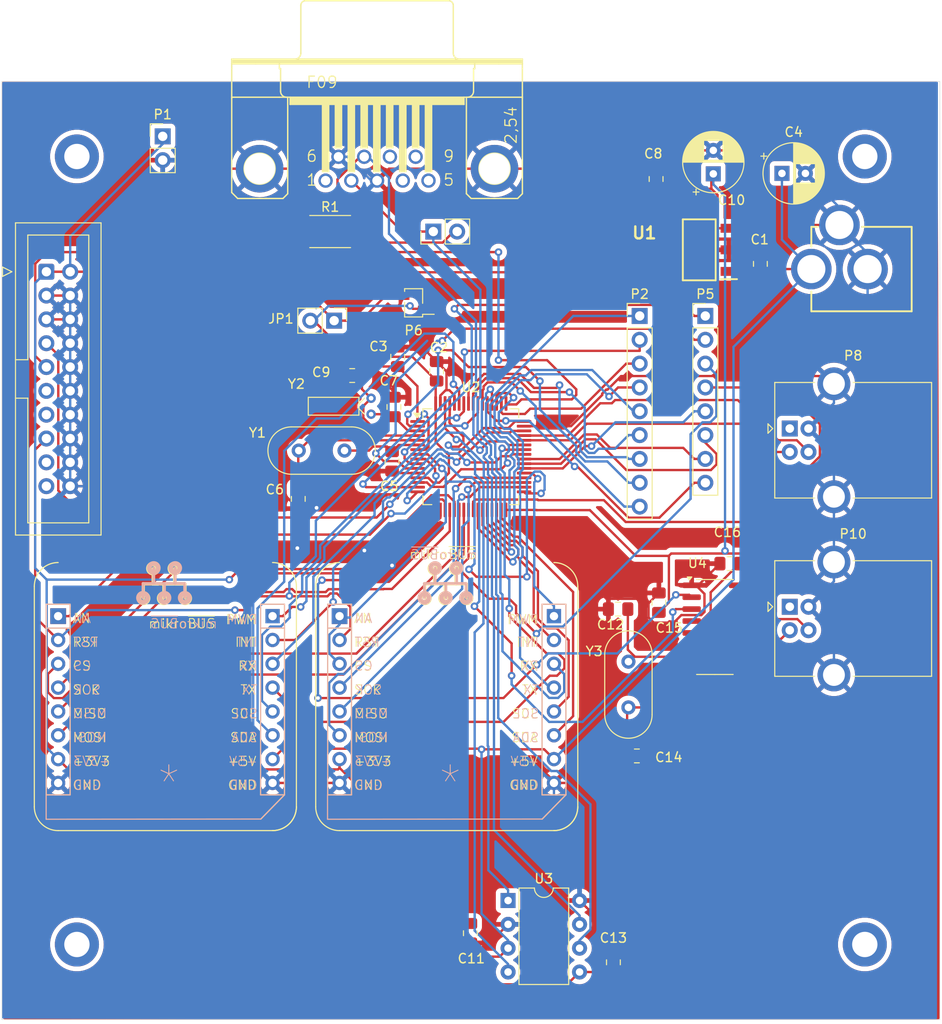
<source format=kicad_pcb>
(kicad_pcb (version 20240108) (generator "pcbnew") (generator_version "8.0")
  (layers (0 "F.Cu" signal) (31 "B.Cu" signal) (34 "B.Paste" user) (35 "F.Paste" user) (36 "B.SilkS" user "B.Silkscreen") (37 "F.SilkS" user "F.Silkscreen") (38 "B.Mask" user) (39 "F.Mask" user) (44 "Edge.Cuts" user))
  (net 0 "")
  (net 1 "GND")
  (net 2 "+5V")
  (net 3 "+3.3V")
  (net 4 "Net-(JP1-Pin_2)")
  (net 5 "Net-(U2-OSC_OUT)")
  (net 6 "Net-(U2-OSC_IN)")
  (net 7 "Net-(U2-PC14{slash}OS32_IN)")
  (net 8 "Net-(U2-PC15{slash}OS32_OUT)")
  (net 9 "Net-(U4-XI)")
  (net 10 "Net-(U4-XO)")
  (net 11 "Net-(U4-V3)")
  (net 12 "Net-(JP2-A)")
  (net 13 "Net-(JP2-B)")
  (net 14 "/PA15")
  (net 15 "/PB5")
  (net 16 "/PB4")
  (net 17 "/PB1")
  (net 18 "/PB0")
  (net 19 "Net-(P2-Pin_9)")
  (net 20 "Net-(P3-NRST)")
  (net 24 "Net-(P2-Pin_8)")
  (net 25 "/PA0")
  (net 26 "Net-(P3-JTMS{slash}SWDIO)")
  (net 27 "/PA1")
  (net 28 "Net-(P3-JTCK{slash}SWCLK)")
  (net 30 "Net-(P5-Pin_1)")
  (net 31 "Net-(P5-Pin_8)")
  (net 32 "Net-(P5-Pin_4)")
  (net 33 "Net-(P5-Pin_6)")
  (net 34 "Net-(P5-Pin_7)")
  (net 35 "Net-(P5-Pin_2)")
  (net 36 "Net-(P5-Pin_3)")
  (net 37 "/TIM3CH1")
  (net 38 "/USART3_RX")
  (net 39 "/USART3_TX")
  (net 40 "/I2C2_SCL")
  (net 41 "/I2C2_SDA")
  (net 42 "/ADC12_IN10")
  (net 43 "/USART1_RX")
  (net 44 "/USART1_TX")
  (net 45 "/I2C1_SCL")
  (net 46 "/I2C1_SDA")
  (net 47 "/USART2_RX")
  (net 48 "/USART2_TX")
  (net 49 "Net-(P5-Pin_5)")
  (net 50 "Net-(P7-MISO)")
  (net 51 "Net-(P7-SCK)")
  (net 52 "Net-(P7-INT)")
  (net 53 "Net-(P7-MOSI)")
  (net 54 "Net-(P9-AN)")
  (net 55 "Net-(P9-MOSI)")
  (net 57 "Net-(P8-D+)")
  (net 58 "Net-(P8-D-)")
  (net 59 "Net-(P9-PWM)")
  (net 60 "Net-(P9-SCK)")
  (net 61 "Net-(P9-CS)")
  (net 62 "Net-(P9-MISO)")
  (net 63 "Net-(P9-INT)")
  (net 65 "Net-(P10-D+)")
  (net 66 "Net-(P10-D-)")
  (net 67 "Net-(U3-CANH)")
  (net 73 "Net-(U2-PB9{slash}CANTX)")
  (net 74 "Net-(U2-PB8{slash}CANRX)")
  (footprint "MountingHole:MountingHole_2.7mm_M2.5_DIN965_Pad" (layer "F.Cu") (at 88 58)
    (property "Reference" "H1" (hide yes))
    (property "Value" "MountingHole" (hide yes))
  )
  (footprint "MountingHole:MountingHole_2.7mm_M2.5_DIN965_Pad" (layer "F.Cu") (at 172 58)
    (property "Reference" "H2" (hide yes))
    (property "Value" "MountingHole" (hide yes))
  )
  (footprint "MountingHole:MountingHole_2.7mm_M2.5_DIN965_Pad" (layer "F.Cu") (at 88 142)
    (property "Reference" "H3" (hide yes))
    (property "Value" "MountingHole" (hide yes))
  )
  (footprint "MountingHole:MountingHole_2.7mm_M2.5_DIN965_Pad" (layer "F.Cu") (at 172 142)
    (property "Reference" "H4" (hide yes))
    (property "Value" "MountingHole" (hide yes))
  )
  (footprint "Capacitor_SMD:C_0805_2012Metric_Pad1.18x1.45mm_HandSolder" (layer "F.Cu") (at 160.868 69.4462 90)
    (property "Reference" "C1")
    (property "Value" "0.1uF")
  )
  (footprint "Connector_USB:USB_B_OST_USB-B1HSxx_Horizontal" (layer "F.Cu") (at 164 87)
    (property "Reference" "P8")
    (property "Value" "USB_B" (hide yes))
  )
  (footprint "catu:POWER_JACK_PTH" (layer "F.Cu") (at 180 70 90)
    (property "Reference" "P4" (hide yes))
    (property "Value" "POWER_JACKPTH" (hide yes))
  )
  (footprint "Capacitor_SMD:C_0805_2012Metric_Pad1.18x1.45mm_HandSolder" (layer "F.Cu") (at 145.2 143.9 90)
    (property "Reference" "C13")
    (property "Value" "0.1uF")
  )
  (footprint "Capacitor_SMD:C_0805_2012Metric_Pad1.18x1.45mm_HandSolder" (layer "F.Cu") (at 126.35 80.9 90)
    (property "Reference" "C2")
    (property "Value" "0.1uF")
  )
  (footprint "Capacitor_SMD:C_0805_2012Metric_Pad1.18x1.45mm_HandSolder" (layer "F.Cu") (at 129.95 140.8 -90)
    (property "Reference" "C11")
    (property "Value" "0.1uF")
  )
  (footprint "Capacitor_SMD:C_0805_2012Metric_Pad1.18x1.45mm_HandSolder" (layer "F.Cu") (at 122.2 79.35 90)
    (property "Reference" "C3")
    (property "Value" "0.1uF")
  )
  (footprint "Connector_PinSocket_1.27mm:PinSocket_1x02_P1.27mm_Vertical_SMD_Pin1Left" (layer "F.Cu") (at 123.9 73.6 180)
    (property "Reference" "P6")
    (property "Value" "Battery")
  )
  (footprint "Package_QFP:LQFP-64_10x10mm_P0.5mm" (layer "F.Cu") (at 130 90)
    (property "Reference" "U2")
    (property "Value" "STM32F103R8T6")
  )
  (footprint "Capacitor_SMD:C_0805_2012Metric_Pad1.18x1.45mm_HandSolder" (layer "F.Cu") (at 121.6 90.5 -90)
    (property "Reference" "C5")
    (property "Value" "22pF")
  )
  (footprint "Capacitor_SMD:C_0805_2012Metric_Pad1.18x1.45mm_HandSolder" (layer "F.Cu") (at 111.6 94.5 -90)
    (property "Reference" "C6")
    (property "Value" "22pF")
  )
  (footprint "Capacitor_SMD:C_0805_2012Metric_Pad1.18x1.45mm_HandSolder" (layer "F.Cu") (at 121.8 84.7 90)
    (property "Reference" "C7")
    (property "Value" "22pF")
  )
  (footprint "Capacitor_SMD:C_0805_2012Metric_Pad1.18x1.45mm_HandSolder" (layer "F.Cu") (at 117.35 81.35 180)
    (property "Reference" "C9")
    (property "Value" "22pF")
  )
  (footprint "Capacitor_SMD:C_0805_2012Metric_Pad1.18x1.45mm_HandSolder" (layer "F.Cu") (at 145.7 106.25 180)
    (property "Reference" "C12")
    (property "Value" "22pF")
  )
  (footprint "Capacitor_SMD:C_0805_2012Metric_Pad1.18x1.45mm_HandSolder" (layer "F.Cu") (at 147.7 121.9)
    (property "Reference" "C14")
    (property "Value" "22pF")
  )
  (footprint "Capacitor_SMD:C_0805_2012Metric_Pad1.18x1.45mm_HandSolder" (layer "F.Cu") (at 157.592 101.3994 180)
    (property "Reference" "C16")
    (property "Value" "0.1uF")
  )
  (footprint "Capacitor_SMD:C_0805_2012Metric_Pad1.18x1.45mm_HandSolder" (layer "F.Cu") (at 150.048 105.565 90)
    (property "Reference" "C15")
    (property "Value" "0.1uF")
  )
  (footprint "Connector_IDC:IDC-Header_2x10_P2.54mm_Vertical" (layer "F.Cu") (at 84.7446 70.2844)
    (property "Reference" "P3" (hide yes))
    (property "Value" "Conn_STLINK")
  )
  (footprint "catu:MIKROBUS_HOST_CONN" (layer "F.Cu") (at 116 107)
    (property "Reference" "P7" (hide yes))
    (property "Value" "catu:MIKROBUS_HOST_CONN" (hide yes))
  )
  (footprint "catu:MIKROBUS_HOST_CONN" (layer "F.Cu") (at 86 107)
    (property "Reference" "P9" (hide yes))
    (property "Value" "catu:MIKROBUS_HOST_CONN" (hide yes))
  )
  (footprint "Package_DIP:DIP-8_W7.62mm" (layer "F.Cu") (at 133.97 137.315)
    (property "Reference" "U3")
    (property "Value" "MCP2562-E-P")
  )
  (footprint "Package_SO:SOIC-16_3.9x9.9mm_P1.27mm" (layer "F.Cu") (at 156.017 108.1558)
    (property "Reference" "U4")
    (property "Value" "CH340G")
  )
  (footprint "Crystal:Crystal_HC49-4H_Vertical" (layer "F.Cu") (at 111.65 89.35)
    (property "Reference" "Y1")
    (property "Value" "8Mhz")
  )
  (footprint "Crystal:Crystal_DS15_D1.5mm_L5.0mm_Horizontal" (layer "F.Cu") (at 119.3648 83.7718 -90)
    (property "Reference" "Y2")
    (property "Value" "32.768khz")
  )
  (footprint "Crystal:Crystal_HC49-4H_Vertical" (layer "F.Cu") (at 146.8 116.73 90)
    (property "Reference" "Y3")
    (property "Value" "12Mhz")
  )
  (footprint "Connector_USB:USB_B_OST_USB-B1HSxx_Horizontal" (layer "F.Cu") (at 164 106)
    (property "Reference" "P10")
    (property "Value" "USB_B" (hide yes))
  )
  (footprint "Connector_PinHeader_2.54mm:PinHeader_1x02_P2.54mm_Vertical" (layer "F.Cu") (at 115.425 75.5 -90)
    (property "Reference" "JP1")
    (property "Value" "+3.3 V on battery")
  )
  (footprint "Capacitor_THT:CP_Radial_D6.3mm_P2.50mm" (layer "F.Cu") (at 155.85 59.85 90)
    (property "Reference" "C10")
    (property "Value" "47uF")
  )
  (footprint "Capacitor_SMD:C_0805_2012Metric_Pad1.18x1.45mm_HandSolder" (layer "F.Cu") (at 149.75 60.4 90)
    (property "Reference" "C8")
    (property "Value" "0.1uF")
  )
  (footprint "Resistor_SMD:R_2512_6332Metric_Pad1.40x3.35mm_HandSolder" (layer "F.Cu") (at 115 66)
    (property "Reference" "R1")
    (property "Value" "120")
  )
  (footprint "Connector_PinHeader_2.54mm:PinHeader_1x02_P2.54mm_Vertical" (layer "F.Cu") (at 126 66 90)
    (property "Reference" "JP2" (hide yes))
    (property "Value" "En term res")
  )
  (footprint "Connector_PinHeader_2.54mm:PinHeader_1x08_P2.54mm_Vertical" (layer "F.Cu") (at 155 75)
    (property "Reference" "P5")
    (property "Value" "Misc IOs 1")
  )
  (footprint "catu:SOT230P700X180-4N" (layer "F.Cu") (at 154.35 67.95 180)
    (property "Reference" "U1")
    (property "Value" "TPS7B8333QDCYRQ1" (hide yes))
  )
  (footprint "catu:F09HP" (layer "F.Cu") (at 120 59.3)
    (property "Reference" "P11" (hide yes))
    (property "Value" "F09HP" (hide yes))
  )
  (footprint "Connector_PinHeader_2.54mm:PinHeader_1x09_P2.54mm_Vertical" (layer "F.Cu") (at 148 75)
    (property "Reference" "P2")
    (property "Value" "Misc IOs 2")
  )
  (footprint "Connector_PinHeader_2.54mm:PinHeader_1x02_P2.54mm_Vertical" (layer "F.Cu") (at 97.15 55.85)
    (property "Reference" "P1")
    (property "Value" "+3.3V Supply")
  )
  (footprint "Capacitor_THT:CP_Radial_D6.3mm_P2.50mm" (layer "F.Cu") (at 163.1676 59.8)
    (property "Reference" "C4")
    (property "Value" "47uF")
  )
  (gr_line (start 80 50) (end 180 50) (stroke (width 0.05)) (layer "Edge.Cuts"))
  (gr_line (start 180 50) (end 180 150) (stroke (width 0.05)) (layer "Edge.Cuts"))
  (gr_line (start 80 150) (end 80 50) (stroke (width 0.05)) (layer "Edge.Cuts"))
  (gr_line (start 180 150) (end 80 150) (stroke (width 0.05)) (layer "Edge.Cuts"))
  (segment (start 113.55 95.45) (end 111.6875 95.45) (width 0.25) (layer "F.Cu") (net 1))
  (segment (start 151.7625 57.35) (end 155.85 57.35) (width 0.25) (layer "F.Cu") (net 1))
  (segment (start 160.08 121.9) (end 168.71 113.27) (width 0.25) (layer "F.Cu") (net 1))
  (segment (start 153.9926 103.7108) (end 153.7673 103.7108) (width 0.25) (layer "F.Cu") (net 1))
  (segment (start 107.4778 59.3) (end 99.2367 59.3) (width 0.25) (layer "F.Cu") (net 1))
  (segment (start 121.6 91.5375) (end 121.8125 91.75) (width 0.25) (layer "F.Cu") (net 1))
  (segment (start 152.4414 106.8859) (end 154.5726 106.8859) (width 0.25) (layer "F.Cu") (net 1))
  (segment (start 134.4171 97.6972) (end 137.0403 97.6972) (width 0.25) (layer "F.Cu") (net 1))
  (segment (start 151.6382 107.6891) (end 152.4414 106.8859) (width 0.25) (layer "F.Cu") (net 1))
  (segment (start 137.9233 139.855) (end 133.97 139.855) (width 0.25) (layer "F.Cu") (net 1))
  (segment (start 151.2 69.7159) (end 151.2 69.7804) (width 0.25) (layer "F.Cu") (net 1))
  (segment (start 148.7375 121.9) (end 160.08 121.9) (width 0.25) (layer "F.Cu") (net 1))
  (segment (start 145.8575 124.78) (end 148.7375 121.9) (width 0.25) (layer "F.Cu") (net 1))
  (segment (start 122.55 72.965) (end 122.55 72.3133) (width 0.25) (layer "F.Cu") (net 1))
  (segment (start 97.15 58.39) (end 98.3267 58.39) (width 0.25) (layer "F.Cu") (net 1))
  (segment (start 87.2846 93.1444) (end 109.2069 93.1444) (width 0.25) (layer "F.Cu") (net 1))
  (segment (start 144.43 82.8543) (end 144.0042 83.2801) (width 0.25) (layer "F.Cu") (net 1))
  (segment (start 114.6152 59.3) (end 107.4778 59.3) (width 0.25) (layer "F.Cu") (net 1))
  (segment (start 145.2 142.8625) (end 145.2 140.925) (width 0.25) (layer "F.Cu") (net 1))
  (segment (start 157.5 67.95) (end 158.7017 67.95) (width 0.25) (layer "F.Cu") (net 1))
  (segment (start 144.5698 82.8543) (end 144.43 82.8543) (width 0.25) (layer "F.Cu") (net 1))
  (segment (start 155.85 57.35) (end 163.2176 57.35) (width 0.25) (layer "F.Cu") (net 1))
  (segment (start 127.4038 80.9163) (end 127.4038 82.9113) (width 0.25) (layer "F.Cu") (net 1))
  (segment (start 168.71 113.27) (end 166.1358 110.6958) (width 0.25) (layer "F.Cu") (net 1))
  (segment (start 122.55 72.965) (end 122.55 73.6167) (width 0.25) (layer "F.Cu") (net 1))
  (segment (start 160.868 67.95) (end 160.868 68.4087) (width 0.25) (layer "F.Cu") (net 1))
  (segment (start 151.6382 109.8374) (end 151.6382 107.6891) (width 0.25) (layer "F.Cu") (net 1))
  (segment (start 154.5726 106.8859) (end 154.9083 106.5502) (width 0.25) (layer "F.Cu") (net 1))
  (segment (start 153.7673 103.7108) (end 154.2431 103.7108) (width 0.25) (layer "F.Cu") (net 1))
  (segment (start 154.2431 103.7108) (end 156.5545 101.3994) (width 0.25) (layer "F.Cu") (net 1))
  (segment (start 87.2846 75.3644) (end 84.7446 75.3644) (width 0.25) (layer "F.Cu") (net 1))
  (segment (start 129.95 141.8375) (end 131.9875 141.8375) (width 0.25) (layer "F.Cu") (net 1))
  (segment (start 149.6875 59.3) (end 149.75 59.3625) (width 0.25) (layer "F.Cu") (net 1))
  (segment (start 169.3 65.3) (end 163.518 65.3) (width 0.25) (layer "F.Cu") (net 1))
  (segment (start 126.75 84.325) (end 126.75 83.4781) (width 0.25) (layer "F.Cu") (net 1))
  (segment (start 115.8852 58.03) (end 114.6152 59.3) (width 0.25) (layer "F.Cu") (net 1))
  (segment (start 153.7673 103.7108) (end 153.542 103.7108) (width 0.25) (layer "F.Cu") (net 1))
  (segment (start 144.4529 105.1529) (end 144.6625 105.1529) (width 0.25) (layer "F.Cu") (net 1))
  (segment (start 163.518 65.3) (end 160.868 67.95) (width 0.25) (layer "F.Cu") (net 1))
  (segment (start 111.75 100) (end 111.5 99.75) (width 0.25) (layer "F.Cu") (net 1))
  (segment (start 154.3716 69.8767) (end 151.2 69.8767) (width 0.25) (layer "F.Cu") (net 1))
  (segment (start 168.71 82.23) (end 167.885 81.405) (width 0.25) (layer "F.Cu") (net 1))
  (segment (start 120 60.57) (end 121.27 59.3) (width 0.25) (layer "F.Cu") (net 1))
  (segment (start 121.27 59.3) (end 132.5222 59.3) (width 0.25) (layer "F.Cu") (net 1))
  (segment (start 99.2367 59.3) (end 98.3267 58.39) (width 0.25) (layer "F.Cu") (net 1))
  (segment (start 121.8125 91.75) (end 124.325 91.75) (width 0.25) (layer "F.Cu") (net 1))
  (segment (start 163.2176 57.35) (end 165.6676 59.8) (width 0.25) (layer "F.Cu") (net 1))
  (segment (start 138.86 124.78) (end 145.8575 124.78) (width 0.25) (layer "F.Cu") (net 1))
  (segment (start 144.6625 105.1529) (end 144.6625 106.25) (width 0.25) (layer "F.Cu") (net 1))
  (segment (start 119.0069 80.2913) (end 121.8 83.0844) (width 0.25) (layer "F.Cu") (net 1))
  (segment (start 133.25 96.5301) (end 134.4171 97.6972) (width 0.25) (layer "F.Cu") (net 1))
  (segment (start 126.75 95.675) (end 126.75 96.517764) (width 0.25) (layer "F.Cu") (net 1))
  (segment (start 156.2983 67.95) (end 154.3716 69.8767) (width 0.25) (layer "F.Cu") (net 1))
  (segment (start 137.0403 97.6972) (end 137.0403 97.7403) (width 0.25) (layer "F.Cu") (net 1))
  (segment (start 118.65 100) (end 111.75 100) (width 0.25) (layer "F.Cu") (net 1))
  (segment (start 117.3712 80.2913) (end 119.0069 80.2913) (width 0.25) (layer "F.Cu") (net 1))
  (segment (start 140.4633 137.315) (end 137.9233 139.855) (width 0.25) (layer "F.Cu") (net 1))
  (segment (start 122.2 78.3125) (end 124.8 78.3125) (width 0.25) (layer "F.Cu") (net 1))
  (segment (start 140.6741 86.75) (end 135.675 86.75) (width 0.25) (layer "F.Cu") (net 1))
  (segment (start 137.0403 97.7403) (end 144.4529 105.1529) (width 0.25) (layer "F.Cu") (net 1))
  (segment (start 126.35 79.8625) (end 127.4038 80.9163) (width 0.25) (layer "F.Cu") (net 1))
  (segment (start 133.25 95.675) (end 133.25 96.5301) (width 0.25) (layer "F.Cu") (net 1))
  (segment (start 109.2069 93.1444) (end 111.6 95.5375) (width 0.25) (layer "F.Cu") (net 1))
  (segment (start 149.75 59.3625) (end 151.7625 57.35) (width 0.25) (layer "F.Cu") (net 1))
  (segment (start 152.4966 110.6958) (end 151.6382 109.8374) (width 0.25) (layer "F.Cu") (net 1))
  (segment (start 160.868 67.95) (end 158.7017 67.95) (width 0.25) (layer "F.Cu") (net 1))
  (segment (start 151.2 69.7804) (end 151.2 69.8767) (width 0.25) (layer "F.Cu") (net 1))
  (segment (start 151.2 67.95) (end 151.2 69.7159) (width 0.25) (layer "F.Cu") (net 1))
  (segment (start 87.2846 72.8244) (end 84.7446 72.8244) (width 0.25) (layer "F.Cu") (net 1))
  (segment (start 108.86 124.78) (end 116 124.78) (width 0.25) (layer "F.Cu") (net 1))
  (segment (start 124.8 78.3125) (end 126.35 79.8625) (width 0.25) (layer "F.Cu") (net 1))
  (segment (start 157.5 67.95) (end 156.2983 67.95) (width 0.25) (layer "F.Cu") (net 1))
  (segment (start 126.75 96.517764) (end 121.667764 101.6) (width 0.25) (layer "F.Cu") (net 1))
  (segment (start 144.6625 105.1529) (end 148.4608 105.1529) (width 0.25) (layer "F.Cu") (net 1))
  (segment (start 132.5222 59.3) (end 149.6875 59.3) (width 0.25) (layer "F.Cu") (net 1))
  (segment (start 122.2 73.9667) (end 122.55 73.6167) (width 0.25) (layer "F.Cu") (net 1))
  (segment (start 126.75 83.4781) (end 127.3168 82.9113) (width 0.25) (layer "F.Cu") (net 1))
  (segment (start 149.4993 107.6891) (end 148.9417 107.1315) (width 0.25) (layer "F.Cu") (net 1))
  (segment (start 109.2069 88.4556) (end 116.3125 81.35) (width 0.25) (layer "F.Cu") (net 1))
  (segment (start 167.885 81.405) (end 146.0191 81.405) (width 0.25) (layer "F.Cu") (net 1))
  (segment (start 141.59 137.315) (end 140.4633 137.315) (width 0.25) (layer "F.Cu") (net 1))
  (segment (start 127.6986 82.9113) (end 128.25 83.4627) (width 0.25) (layer "F.Cu") (net 1))
  (segment (start 148.9417 105.6338) (end 150.048 104.5275) (width 0.25) (layer "F.Cu") (net 1))
  (segment (start 144.0042 83.2801) (end 144.0042 83.4199) (width 0.25) (layer "F.Cu") (net 1))
  (segment (start 148.9417 107.1315) (end 148.9417 105.6338) (width 0.25) (layer "F.Cu") (net 1))
  (segment (start 151.2 69.7804) (end 148.6671 72.3133) (width 0.25) (layer "F.Cu") (net 1))
  (segment (start 148.4608 105.1529) (end 148.9417 105.6338) (width 0.25) (layer "F.Cu") (net 1))
  (segment (start 122.2 78.3125) (end 122.2 73.9667) (width 0.25) (layer "F.Cu") (net 1))
  (segment (start 146.0191 81.405) (end 144.5698 82.8543) (width 0.25) (layer "F.Cu") (net 1))
  (segment (start 128.25 83.4627) (end 128.25 84.325) (width 0.25) (layer "F.Cu") (net 1))
  (segment (start 131.9875 141.8375) (end 133.97 139.855) (width 0.25) (layer "F.Cu") (net 1))
  (segment (start 154.9083 106.5502) (end 154.9083 104.6265) (width 0.25) (layer "F.Cu") (net 1))
  (segment (start 121.8 83.0844) (end 121.8 83.6625) (width 0.25) (layer "F.Cu") (net 1))
  (segment (start 127.4038 82.9113) (end 127.6986 82.9113) (width 0.25) (layer "F.Cu") (net 1))
  (segment (start 148.6671 72.3133) (end 122.55 72.3133) (width 0.25) (layer "F.Cu") (net 1))
  (segment (start 115.6 91.5375) (end 111.6 95.5375) (width 0.25) (layer "F.Cu") (net 1))
  (segment (start 121.6 91.5375) (end 115.6 91.5375) (width 0.25) (layer "F.Cu") (net 1))
  (segment (start 166.1358 110.6958) (end 152.4966 110.6958) (width 0.25) (layer "F.Cu") (net 1))
  (segment (start 145.2 140.925) (end 141.59 137.315) (width 0.25) (layer "F.Cu") (net 1))
  (segment (start 121.667764 101.6) (end 121.6 101.6) (width 0.25) (layer "F.Cu") (net 1))
  (segment (start 109.2069 93.1444) (end 109.2069 88.4556) (width 0.25) (layer "F.Cu") (net 1))
  (segment (start 144.0042 83.4199) (end 140.6741 86.75) (width 0.25) (layer "F.Cu") (net 1))
  (segment (start 111.6875 95.45) (end 111.6 95.5375) (width 0.25) (layer "F.Cu") (net 1))
  (segment (start 154.9083 104.6265) (end 153.9926 103.7108) (width 0.25) (layer "F.Cu") (net 1))
  (segment (start 116.3125 81.35) (end 117.3712 80.2913) (width 0.25) (layer "F.Cu") (net 1))
  (segment (start 127.3168 82.9113) (end 127.4038 82.9113) (width 0.25) (layer "F.Cu") (net 1))
  (segment (start 151.6382 107.6891) (end 149.4993 107.6891) (width 0.25) (layer "F.Cu") (net 1))
  (via (at 111.5 99.75) (size 0.8) (drill 0.4) (layers "F.Cu" "B.Cu") (net 1))
  (via (at 118.65 100) (size 0.8) (drill 0.4) (layers "F.Cu" "B.Cu") (net 1))
  (via (at 113.55 95.45) (size 0.8) (drill 0.4) (layers "F.Cu" "B.Cu") (net 1))
  (via (at 121.6 101.6) (size 0.8) (drill 0.4) (layers "F.Cu" "B.Cu") (net 1))
  (segment (start 111.5 99.75) (end 111.5 97.5) (width 0.25) (layer "B.Cu") (net 1))
  (segment (start 115.8852 58.03) (end 116.8407 58.03) (width 0.25) (layer "B.Cu") (net 1))
  (segment (start 168.71 89.71) (end 166 87) (width 0.25) (layer "B.Cu") (net 1))
  (segment (start 168.71 94.27) (end 168.71 89.71) (width 0.25) (layer "B.Cu") (net 1))
  (segment (start 141.59 137.315) (end 141.59 136.1883) (width 0.25) (layer "B.Cu") (net 1))
  (segment (start 96.2336 93.1444) (end 106.7952 103.706) (width 0.25) (layer "B.Cu") (net 1))
  (segment (start 168.71 103.29) (end 168.71 101.23) (width 0.25) (layer "B.Cu") (net 1))
  (segment (start 87.2846 75.3644) (end 87.2846 72.8244) (width 0.25) (layer "B.Cu") (net 1))
  (segment (start 87.2846 77.9044) (end 87.2846 75.3644) (width 0.25) (layer "B.Cu") (net 1))
  (segment (start 87.2846 80.4444) (end 87.2846 77.9044) (width 0.25) (layer "B.Cu") (net 1))
  (segment (start 168.71 84.29) (end 166 87) (width 0.25) (layer "B.Cu") (net 1))
  (segment (start 169.3 63.4324) (end 169.3 65.3) (width 0.25) (layer "B.Cu") (net 1))
  (segment (start 87.2846 82.9844) (end 87.2846 80.4444) (width 0.25) (layer "B.Cu") (net 1))
  (segment (start 168.71 82.23) (end 168.71 84.29) (width 0.25) (layer "B.Cu") (net 1))
  (segment (start 87.2846 93.1444) (end 87.2846 90.6044) (width 0.25) (layer "B.Cu") (net 1))
  (segment (start 111.5 97.5) (end 113.55 95.45) (width 0.25) (layer "B.Cu") (net 1))
  (segment (start 165.6676 59.8) (end 169.3 63.4324) (width 0.25) (layer "B.Cu") (net 1))
  (segment (start 172.3 68.3) (end 172.3 70) (width 0.25) (layer "B.Cu") (net 1))
  (segment (start 87.2846 72.8244) (end 97.15 62.959) (width 0.25) (layer "B.Cu") (net 1))
  (segment (start 116.8407 58.03) (end 119.3807 60.57) (width 0.25) (layer "B.Cu") (net 1))
  (segment (start 119.3807 60.57) (end 120 60.57) (width 0.25) (layer "B.Cu") (net 1))
  (segment (start 106.7952 123.941) (end 86.839 123.941) (width 0.25) (layer "B.Cu") (net 1))
  (segment (start 169.3 65.3) (end 172.3 68.3) (width 0.25) (layer "B.Cu") (net 1))
  (segment (start 168.71 108.71) (end 166 106) (width 0.25) (layer "B.Cu") (net 1))
  (segment (start 87.2846 85.5244) (end 87.2846 82.9844) (width 0.25) (layer "B.Cu") (net 1))
  (segment (start 138.86 124.78) (end 138.86 133.4583) (width 0.25) (layer "B.Cu") (net 1))
  (segment (start 168.71 82.23) (end 172.3 78.64) (width 0.25) (layer "B.Cu") (net 1))
  (segment (start 108.86 124.78) (end 108.021 123.941) (width 0.25) (layer "B.Cu") (net 1))
  (segment (start 121.6 101.6) (end 120 100) (width 0.25) (layer "B.Cu") (net 1))
  (segment (start 168.71 101.23) (end 168.71 94.27) (width 0.25) (layer "B.Cu") (net 1))
  (segment (start 87.2846 93.1444) (end 96.2336 93.1444) (width 0.25) (layer "B.Cu") (net 1))
  (segment (start 86.839 123.941) (end 86 124.78) (width 0.25) (layer "B.Cu") (net 1))
  (segment (start 172.3 78.64) (end 172.3 70) (width 0.25) (layer "B.Cu") (net 1))
  (segment (start 87.2846 90.6044) (end 87.2846 88.0644) (width 0.25) (layer "B.Cu") (net 1))
  (segment (start 138.86 133.4583) (end 141.59 136.1883) (width 0.25) (layer "B.Cu") (net 1))
  (segment (start 97.15 62.959) (end 97.15 58.39) (width 0.25) (layer "B.Cu") (net 1))
  (segment (start 120 100) (end 118.65 100) (width 0.25) (layer "B.Cu") (net 1))
  (segment (start 106.7952 123.941) (end 106.7952 103.706) (width 0.25) (layer "B.Cu") (net 1))
  (segment (start 108.021 123.941) (end 106.7952 123.941) (width 0.25) (layer "B.Cu") (net 1))
  (segment (start 168.71 113.27) (end 168.71 108.71) (width 0.25) (layer "B.Cu") (net 1))
  (segment (start 87.2846 88.0644) (end 87.2846 85.5244) (width 0.25) (layer "B.Cu") (net 1))
  (segment (start 166 106) (end 168.71 103.29) (width 0.25) (layer "B.Cu") (net 1))
  (segment (start 166.3 70) (end 161.1601 70) (width 0.25) (layer "F.Cu") (net 2))
  (segment (start 137.8157 121.1957) (end 138.86 122.24) (width 0.25) (layer "F.Cu") (net 2))
  (segment (start 160.868 70.2921) (end 158.7438 70.2921) (width 0.25) (layer "F.Cu") (net 2))
  (segment (start 109.9713 121.1287) (end 131.0736 121.1287) (width 0.25) (layer "F.Cu") (net 2))
  (segment (start 133.065 143.3) (end 133.97 142.395) (width 0.25) (layer "F.Cu") (net 2))
  (segment (start 160.868 70.2921) (end 160.868 70.4837) (width 0.25) (layer "F.Cu") (net 2))
  (segment (start 128.9 142.5) (end 129.7 143.3) (width 0.25) (layer "F.Cu") (net 2))
  (segment (start 157.5 70.25) (end 158.7017 70.25) (width 0.25) (layer "F.Cu") (net 2))
  (segment (start 158.7438 70.2921) (end 158.7017 70.25) (width 0.25) (layer "F.Cu") (net 2))
  (segment (start 129.95 139.7625) (end 128.9 140.8125) (width 0.25) (layer "F.Cu") (net 2))
  (segment (start 128.9 140.8125) (end 128.9 142.5) (width 0.25) (layer "F.Cu") (net 2))
  (segment (start 131.0736 121.1287) (end 131.1406 121.1957) (width 0.25) (layer "F.Cu") (net 2))
  (segment (start 161.1601 70) (end 160.868 70.2921) (width 0.25) (layer "F.Cu") (net 2))
  (segment (start 108.86 122.24) (end 109.9713 121.1287) (width 0.25) (layer "F.Cu") (net 2))
  (segment (start 131.1406 121.1957) (end 137.8157 121.1957) (width 0.25) (layer "F.Cu") (net 2))
  (segment (start 129.7 143.3) (end 133.065 143.3) (width 0.25) (layer "F.Cu") (net 2))
  (via (at 131.1406 121.1957) (size 0.8) (drill 0.4) (layers "F.Cu" "B.Cu") (net 2))
  (segment (start 158.0041 103.0959) (end 158.0041 78.2959) (width 0.25) (layer "B.Cu") (net 2))
  (segment (start 131.1406 121.1957) (end 131.1406 138.7206) (width 0.25) (layer "B.Cu") (net 2))
  (segment (start 158.0041 78.2959) (end 166.3 70) (width 0.25) (layer "B.Cu") (net 2))
  (segment (start 163.1676 66.8676) (end 166.3 70) (width 0.25) (layer "B.Cu") (net 2))
  (segment (start 138.86 122.24) (end 158.0041 103.0959) (width 0.25) (layer "B.Cu") (net 2))
  (segment (start 131.1406 138.7206) (end 133.97 141.55) (width 0.25) (layer "B.Cu") (net 2))
  (segment (start 133.97 141.55) (end 133.97 142.395) (width 0.25) (layer "B.Cu") (net 2))
  (segment (start 163.1676 59.8) (end 163.1676 66.8676) (width 0.25) (layer "B.Cu") (net 2))
  (segment (start 126.9756 94.5571) (end 127.25 94.8315) (width 0.25) (layer "F.Cu") (net 3))
  (segment (start 104.2481 103.1057) (end 104.92 102.4338) (width 0.25) (layer "F.Cu") (net 3))
  (segment (start 126.25 84.325) (end 126.25 88.4417) (width 0.25) (layer "F.Cu") (net 3))
  (segment (start 115.8311 123.341) (end 116 123.1721) (width 0.25) (layer "F.Cu") (net 3))
  (segment (start 87.101 123.341) (end 115.8311 123.341) (width 0.25) (layer "F.Cu") (net 3))
  (segment (start 117.7422 75.5) (end 118.0008 75.7585) (width 0.25) (layer "F.Cu") (net 3))
  (segment (start 125.6448 94.9962) (end 125.6448 94.89) (width 0.25) (layer "F.Cu") (net 3))
  (segment (start 159.595 102.6078) (end 159.595 100.6809) (width 0.25) (layer "F.Cu") (net 3))
  (segment (start 125.5537 92.3417) (end 125.9795 92.7675) (width 0.25) (layer "F.Cu") (net 3))
  (segment (start 110.2094 70.2844) (end 115.425 75.5) (width 0.25) (layer "F.Cu") (net 3))
  (segment (start 127.6554 91.7492) (end 127.6554 89.6773) (width 0.25) (layer "F.Cu") (net 3))
  (segment (start 134.0061 86.9483) (end 134.7044 86.25) (width 0.25) (layer "F.Cu") (net 3))
  (segment (start 157.5 65.65) (end 156.2983 65.65) (width 0.25) (layer "F.Cu") (net 3))
  (segment (start 151.1136 100.5734) (end 151.1136 105.5369) (width 0.25) (layer "F.Cu") (net 3))
  (segment (start 125.4621 92.25) (end 125.5537 92.3416) (width 0.25) (layer "F.Cu") (net 3))
  (segment (start 147.5683 100.5734) (end 151.1136 100.5734) (width 0.25) (layer "F.Cu") (net 3))
  (segment (start 155.6427 61.4375) (end 155.6427 60.7211) (width 0.25) (layer "F.Cu") (net 3))
  (segment (start 141.5925 144.9375) (end 141.59 144.935) (width 0.25) (layer "F.Cu") (net 3))
  (segment (start 159.2356 100.3215) (end 157.1007 100.3215) (width 0.25) (layer "F.Cu") (net 3))
  (segment (start 127.25 94.8315) (end 127.25 95.675) (width 0.25) (layer "F.Cu") (net 3))
  (segment (start 156.2983 65.65) (end 156.2983 62.0931) (width 0.25) (layer "F.Cu") (net 3))
  (segment (start 128.3 146.25) (end 140.275 146.25) (width 0.25) (layer "F.Cu") (net 3))
  (segment (start 117.4528 135.4028) (end 128.3 146.25) (width 0.25) (layer "F.Cu") (net 3))
  (segment (start 126.25 88.4417) (end 127.4856 89.6773) (width 0.25) (layer "F.Cu") (net 3))
  (segment (start 127.4856 89.6773) (end 127.6554 89.6773) (width 0.25) (layer "F.Cu") (net 3))
  (segment (start 157.1007 100.3215) (end 157.1007 100.0435) (width 0.25) (layer "F.Cu") (net 3))
  (segment (start 128.6206 89.6773) (end 131.3496 86.9483) (width 0.25) (layer "F.Cu") (net 3))
  (segment (start 123.7625 79.35) (end 126.35 81.9375) (width 0.25) (layer "F.Cu") (net 3))
  (segment (start 115.425 75.5) (end 116.6017 75.5) (width 0.25) (layer "F.Cu") (net 3))
  (segment (start 104.92 102.4338) (end 118.2072 102.4338) (width 0.25) (layer "F.Cu") (net 3))
  (segment (start 155.85 59.85) (end 155.85 60.5138) (width 0.25) (layer "F.Cu") (net 3))
  (segment (start 125.6448 94.89) (end 125.9777 94.5571) (width 0.25) (layer "F.Cu") (net 3))
  (segment (start 140.8465 70.341) (end 123.4183 70.341) (width 0.25) (layer "F.Cu") (net 3))
  (segment (start 125.5537 92.3416) (end 125.5537 92.3417) (width 0.25) (layer "F.Cu") (net 3))
  (segment (start 140.275 146.25) (end 141.59 144.935) (width 0.25) (layer "F.Cu") (net 3))
  (segment (start 121.5922 79.35) (end 123.7625 79.35) (width 0.25) (layer "F.Cu") (net 3))
  (segment (start 155.6427 60.7211) (end 155.85 60.5138) (width 0.25) (layer "F.Cu") (net 3))
  (segment (start 136.9875 95.675) (end 137.0125 95.7) (width 0.25) (layer "F.Cu") (net 3))
  (segment (start 116 122.24) (end 116 123.1721) (width 0.25) (layer "F.Cu") (net 3))
  (segment (start 134.7044 86.25) (end 135.675 86.25) (width 0.25) (layer "F.Cu") (net 3))
  (segment (start 87.2846 70.2844) (end 110.2094 70.2844) (width 0.25) (layer "F.Cu") (net 3))
  (segment (start 131.3496 86.9483) (end 134.0061 86.9483) (width 0.25) (layer "F.Cu") (net 3))
  (segment (start 116 123.1721) (end 117.4528 124.6249) (width 0.25) (layer "F.Cu") (net 3))
  (segment (start 149.75 61.4375) (end 140.8465 70.341) (width 0.25) (layer "F.Cu") (net 3))
  (segment (start 155.6427 61.4375) (end 149.75 61.4375) (width 0.25) (layer "F.Cu") (net 3))
  (segment (start 133.75 95.675) (end 136.9875 95.675) (width 0.25) (layer "F.Cu") (net 3))
  (segment (start 127.6554 89.6773) (end 128.6206 89.6773) (width 0.25) (layer "F.Cu") (net 3))
  (segment (start 125.9795 92.7675) (end 126.6371 92.7675) (width 0.25) (layer "F.Cu") (net 3))
  (segment (start 118.2072 102.4338) (end 125.6448 94.9962) (width 0.25) (layer "F.Cu") (net 3))
  (segment (start 156.2983 62.0931) (end 155.6427 61.4375) (width 0.25) (layer "F.Cu") (net 3))
  (segment (start 117.4528 124.6249) (end 117.4528 135.4028) (width 0.25) (layer "F.Cu") (net 3))
  (segment (start 151.3655 100.3215) (end 157.1007 100.3215) (width 0.25) (layer "F.Cu") (net 3))
  (segment (start 151.1136 100.5734) (end 151.3655 100.3215) (width 0.25) (layer "F.Cu") (net 3))
  (segment (start 124.325 92.25) (end 125.4621 92.25) (width 0.25) (layer "F.Cu") (net 3))
  (segment (start 158.492 103.7108) (end 159.595 102.6078) (width 0.25) (layer "F.Cu") (net 3))
  (segment (start 145.2 144.9375) (end 141.5925 144.9375) (width 0.25) (layer "F.Cu") (net 3))
  (segment (start 116.6017 75.5) (end 117.7422 75.5) (width 0.25) (layer "F.Cu") (net 3))
  (segment (start 84.7446 70.2844) (end 87.2846 70.2844) (width 0.25) (layer "F.Cu") (net 3))
  (segment (start 126.25 84.325) (end 126.25 82.0375) (width 0.25) (layer "F.Cu") (net 3))
  (segment (start 126.25 82.0375) (end 126.35 81.9375) (width 0.25) (layer "F.Cu") (net 3))
  (segment (start 159.595 100.6809) (end 159.2356 100.3215) (width 0.25) (layer "F.Cu") (net 3))
  (segment (start 125.9777 94.5571) (end 126.9756 94.5571) (width 0.25) (layer "F.Cu") (net 3))
  (segment (start 123.4183 70.341) (end 118.0008 75.7585) (width 0.25) (layer "F.Cu") (net 3))
  (segment (start 118.0008 75.7585) (end 121.5922 79.35) (width 0.25) (layer "F.Cu") (net 3))
  (segment (start 151.1136 105.5369) (end 150.048 106.6025) (width 0.25) (layer "F.Cu") (net 3))
  (segment (start 126.6371 92.7675) (end 127.6554 91.7492) (width 0.25) (layer "F.Cu") (net 3))
  (segment (start 86 122.24) (end 87.101 123.341) (width 0.25) (layer "F.Cu") (net 3))
  (segment (start 142.6949 95.7) (end 147.5683 100.5734) (width 0.25) (layer "F.Cu") (net 3))
  (segment (start 137.0125 95.7) (end 142.6949 95.7) (width 0.25) (layer "F.Cu") (net 3))
  (via (at 104.2481 103.1057) (size 0.8) (drill 0.4) (layers "F.Cu" "B.Cu") (net 3))
  (via (at 157.1007 100.0435) (size 0.8) (drill 0.4) (layers "F.Cu" "B.Cu") (net 3))
  (segment (start 155.85 59.85) (end 155.85 60.9767) (width 0.25) (layer "B.Cu") (net 3))
  (segment (start 87.2846 66.5244) (end 87.2846 70.2844) (width 0.25) (layer "B.Cu") (net 3))
  (segment (start 97.15 55.85) (end 97.15 56.659) (width 0.25) (layer "B.Cu") (net 3))
  (segment (start 86 122.24) (end 84.7752 121.0152) (width 0.25) (layer "B.Cu") (net 3))
  (segment (start 83.5504 71.4786) (end 83.5504 101.8809) (width 0.25) (layer "B.Cu") (net 3))
  (segment (start 157.1007 62.2274) (end 155.85 60.9767) (width 0.25) (layer "B.Cu") (net 3))
  (segment (start 157.1007 100.0435) (end 157.1007 62.2274) (width 0.25) (layer "B.Cu") (net 3))
  (segment (start 84.7446 70.2844) (end 83.5504 71.4786) (width 0.25) (layer "B.Cu") (net 3))
  (segment (start 84.7752 121.0152) (end 84.7752 103.1057) (width 0.25) (layer "B.Cu") (net 3))
  (segment (start 83.5504 101.8809) (end 84.7752 103.1057) (width 0.25) (layer "B.Cu") (net 3))
  (segment (start 97.15 56.659) (end 87.2846 66.5244) (width 0.25) (layer "B.Cu") (net 3))
  (segment (start 84.7752 103.1057) (end 104.2481 103.1057) (width 0.25) (layer "B.Cu") (net 3))
  (segment (start 116.8026 79.0499) (end 113.2527 75.5) (width 0.25) (layer "F.Cu") (net 4))
  (segment (start 123.5125 73.925) (end 123.8225 74.235) (width 0.25) (layer "F.Cu") (net 4))
  (segment (start 113.2527 75.5) (end 112.885 75.5) (width 0.25) (layer "F.Cu") (net 4))
  (segment (start 124.3046 82.4921) (end 124.3046 86.2296) (width 0.25) (layer "F.Cu") (net 4))
  (segment (start 122.2 80.3875) (end 120.6546 80.3875) (width 0.25) (layer "F.Cu") (net 4))
  (segment (start 119.317 79.0499) (end 116.8026 79.0499) (width 0.25) (layer "F.Cu") (net 4))
  (segment (start 123.8225 74.235) (end 125.25 74.235) (width 0.25) (layer "F.Cu") (net 4))
  (segment (start 122.2 80.3875) (end 124.3046 82.4921) (width 0.25) (layer "F.Cu") (net 4))
  (segment (start 124.3046 86.2296) (end 124.325 86.25) (width 0.25) (layer "F.Cu") (net 4))
  (segment (start 120.6546 80.3875) (end 119.317 79.0499) (width 0.25) (layer "F.Cu") (net 4))
  (via (at 123.5125 73.925) (size 0.8) (drill 0.4) (layers "F.Cu" "B.Cu") (net 4))
  (segment (start 113.2527 75.5) (end 114.8277 73.925) (width 0.25) (layer "B.Cu") (net 4))
  (segment (start 114.8277 73.925) (end 123.5125 73.925) (width 0.25) (layer "B.Cu") (net 4))
  (segment (start 112.885 75.5) (end 113.2527 75.5) (width 0.25) (layer "B.Cu") (net 4))
  (segment (start 121.6 89.4625) (end 121.0536 88.9161) (width 0.25) (layer "F.Cu") (net 5))
  (segment (start 121.6 89.4625) (end 122.3125 88.75) (width 0.25) (layer "F.Cu") (net 5))
  (segment (start 119.1363 89.35) (end 116.53 89.35) (width 0.25) (layer "F.Cu") (net 5))
  (segment (start 119.5701 88.9161) (end 119.1363 89.3499) (width 0.25) (layer "F.Cu") (net 5))
  (segment (start 119.1363 89.3499) (end 119.1363 89.35) (width 0.25) (layer "F.Cu") (net 5))
  (segment (start 122.3125 88.75) (end 124.325 88.75) (width 0.25) (layer "F.Cu") (net 5))
  (segment (start 121.0536 88.9161) (end 119.5701 88.9161) (width 0.25) (layer "F.Cu") (net 5))
  (segment (start 124.325 88.25) (end 112.75 88.25) (width 0.25) (layer "F.Cu") (net 6))
  (segment (start 111.6 89.4) (end 111.6 93.4625) (width 0.25) (layer "F.Cu") (net 6))
  (segment (start 112.75 88.25) (end 111.65 89.35) (width 0.25) (layer "F.Cu") (net 6))
  (segment (start 111.65 89.35) (end 111.6 89.4) (width 0.25) (layer "F.Cu") (net 6))
  (segment (start 123.3125 87.25) (end 124.325 87.25) (width 0.25) (layer "F.Cu") (net 7))
  (segment (start 121.8 85.7375) (end 123.3125 87.25) (width 0.25) (layer "F.Cu") (net 7))
  (segment (start 121.5343 85.4718) (end 121.8 85.7375) (width 0.25) (layer "F.Cu") (net 7))
  (segment (start 119.3648 85.4718) (end 121.5343 85.4718) (width 0.25) (layer "F.Cu") (net 7))
  (segment (start 118.5375 85.8616) (end 118.5375 84.5991) (width 0.25) (layer "F.Cu") (net 8))
  (segment (start 124.325 87.75) (end 120.4259 87.75) (width 0.25) (layer "F.Cu") (net 8))
  (segment (start 119.3648 83.7718) (end 118.3875 82.7945) (width 0.25) (layer "F.Cu") (net 8))
  (segment (start 118.3875 82.7945) (end 118.3875 81.35) (width 0.25) (layer "F.Cu") (net 8))
  (segment (start 120.4259 87.75) (end 118.5375 85.8616) (width 0.25) (layer "F.Cu") (net 8))
  (segment (start 118.5375 84.5991) (end 119.3648 83.7718) (width 0.25) (layer "F.Cu") (net 8))
  (segment (start 146.7375 110.5765) (end 146.7375 106.25) (width 0.25) (layer "F.Cu") (net 9))
  (segment (start 153.542 111.3308) (end 147.4918 111.3308) (width 0.25) (layer "F.Cu") (net 9))
  (segment (start 146.8 111.85) (end 147.4055 111.2445) (width 0.25) (layer "F.Cu") (net 9))
  (segment (start 147.4918 111.3308) (end 147.4055 111.2445) (width 0.25) (layer "F.Cu") (net 9))
  (segment (start 147.4055 111.2445) (end 146.7375 110.5765) (width 0.25) (layer "F.Cu") (net 9))
  (segment (start 146.8 116.73) (end 146.6625 116.8675) (width 0.25) (layer "F.Cu") (net 10))
  (segment (start 153.542 112.6008) (end 149.4128 116.73) (width 0.25) (layer "F.Cu") (net 10))
  (segment (start 149.4128 116.73) (end 146.8 116.73) (width 0.25) (layer "F.Cu") (net 10))
  (segment (start 146.6625 116.8675) (end 146.6625 121.9) (width 0.25) (layer "F.Cu") (net 10))
  (segment (start 155.5699 104.459) (end 158.6295 101.3994) (width 0.25) (layer "F.Cu") (net 11))
  (segment (start 155.5699 106.5275) (end 155.5699 104.459) (width 0.25) (layer "F.Cu") (net 11))
  (segment (start 154.5766 107.5208) (end 155.5699 106.5275) (width 0.25) (layer "F.Cu") (net 11))
  (segment (start 153.542 107.5208) (end 154.5766 107.5208) (width 0.25) (layer "F.Cu") (net 11))
  (segment (start 117.2568 60.57) (end 122.6868 66) (width 0.25) (layer "F.Cu") (net 12))
  (segment (start 122.6868 66) (end 126 66) (width 0.25) (layer "F.Cu") (net 12))
  (segment (start 132.7004 92.1329) (end 132.2821 91.7146) (width 0.25) (layer "B.Cu") (net 12))
  (segment (start 132.2821 91.7146) (end 132.2821 90.3696) (width 0.25) (layer "B.Cu") (net 12))
  (segment (start 139.1972 123.51) (end 138.574 123.51) (width 0.25) (layer "B.Cu") (net 12))
  (segment (start 130.723 83.9189) (end 131.0157 83.6262) (width 0.25) (layer "B.Cu") (net 12))
  (segment (start 130.723 87.4928) (end 130.723 83.9189) (width 0.25) (layer "B.Cu") (net 12))
  (segment (start 132.9182 117.8542) (end 132.9182 104.8971) (width 0.25) (layer "B.Cu") (net 12))
  (segment (start 131.0157 72.1924) (end 126 67.1767) (width 0.25) (layer "B.Cu") (net 12))
  (segment (start 131.9798 89.9659) (end 132.1494 89.7963) (width 0.25) (layer "B.Cu") (net 12))
  (segment (start 132.2821 90.3696) (end 131.9798 90.0673) (width 0.25) (layer "B.Cu") (net 12))
  (segment (start 131.4591 88.1298) (end 131.36 88.1298) (width 0.25) (layer "B.Cu") (net 12))
  (segment (start 131.36 88.1298) (end 130.723 87.4928) (width 0.25) (layer "B.Cu") (net 12))
  (segment (start 132.1494 89.7963) (end 132.1494 88.8201) (width 0.25) (layer "B.Cu") (net 12))
  (segment (start 131.0157 83.6262) (end 131.0157 72.1924) (width 0.25) (layer "B.Cu") (net 12))
  (segment (start 132.1494 88.8201) (end 131.4591 88.1298) (width 0.25) (layer "B.Cu") (net 12))
  (segment (start 132.7004 104.6793) (end 132.7004 92.1329) (width 0.25) (layer "B.Cu") (net 12))
  (segment (start 138.574 123.51) (end 132.9182 117.8542) (width 0.25) (layer "B.Cu") (net 12))
  (segment (start 142.7514 140.3886) (end 142.7514 127.0642) (width 0.25) (layer "B.Cu") (net 12))
  (segment (start 141.59 142.395) (end 141.59 141.55) (width 0.25) (layer "B.Cu") (net 12))
  (segment (start 126 67.1767) (end 126 66) (width 0.25) (layer "B.Cu") (net 12))
  (segment (start 141.59 141.55) (end 142.7514 140.3886) (width 0.25) (layer "B.Cu") (net 12))
  (segment (start 142.7514 127.0642) (end 139.1972 123.51) (width 0.25) (layer "B.Cu") (net 12))
  (segment (start 132.9182 104.8971) (end 132.7004 104.6793) (width 0.25) (layer "B.Cu") (net 12))
  (segment (start 131.9798 90.0673) (end 131.9798 89.9659) (width 0.25) (layer "B.Cu") (net 12))
  (segment (start 118.05 66) (end 119.2267 67.1767) (width 0.25) (layer "F.Cu") (net 13))
  (segment (start 128.1723 66) (end 128.54 66) (width 0.25) (layer "F.Cu") (net 13))
  (segment (start 126.9956 67.1767) (end 128.1723 66) (width 0.25) (layer "F.Cu") (net 13))
  (segment (start 119.2267 67.1767) (end 126.9956 67.1767) (width 0.25) (layer "F.Cu") (net 13))
  (segment (start 146.5655 80.08) (end 141.765 84.8805) (width 0.25) (layer "F.Cu") (net 14))
  (segment (start 141.765 84.8805) (end 136.3345 84.8805) (width 0.25) (layer "F.Cu") (net 14))
  (segment (start 148 80.08) (end 146.8233 80.08) (width 0.25) (layer "F.Cu") (net 14))
  (segment (start 133.4115 85.4457) (end 133.25 85.2842) (width 0.25) (layer "F.Cu") (net 14))
  (segment (start 136.3345 84.8805) (end 135.7693 85.4457) (width 0.25) (layer "F.Cu") (net 14))
  (segment (start 133.25 85.2842) (end 133.25 84.325) (width 0.25) (layer "F.Cu") (net 14))
  (segment (start 135.7693 85.4457) (end 133.4115 85.4457) (width 0.25) (layer "F.Cu") (net 14))
  (segment (start 146.8233 80.08) (end 146.5655 80.08) (width 0.25) (layer "F.Cu") (net 14))
  (segment (start 139.456 82.3642) (end 139.1521 82.6681) (width 0.25) (layer "F.Cu") (net 15))
  (segment (start 135.2409 81.1796) (end 131.4067 81.1796) (width 0.25) (layer "F.Cu") (net 15))
  (segment (start 139.1521 82.6681) (end 136.7294 82.6681) (width 0.25) (layer "F.Cu") (net 15))
  (segment (start 131.4067 81.1796) (end 129.75 82.8363) (width 0.25) (layer "F.Cu") (net 15))
  (segment (start 129.75 82.8363) (end 129.75 84.325) (width 0.25) (layer "F.Cu") (net 15))
  (segment (start 136.7294 82.6681) (end 135.2409 81.1796) (width 0.25) (layer "F.Cu") (net 15))
  (via (at 139.456 82.3642) (size 0.8) (drill 0.4) (layers "F.Cu" "B.Cu") (net 15))
  (segment (start 142.3803 90.0549) (end 146.6382 90.0549) (width 0.25) (layer "B.Cu") (net 15))
  (segment (start 139.456 82.3642) (end 139.456 86.3598) (width 0.25) (layer "B.Cu") (net 15))
  (segment (start 146.6382 90.0549) (end 146.8233 90.24) (width 0.25) (layer "B.Cu") (net 15))
  (segment (start 148 90.24) (end 146.8233 90.24) (width 0.25) (layer "B.Cu") (net 15))
  (segment (start 139.456 86.3598) (end 141.6899 88.5937) (width 0.25) (layer "B.Cu") (net 15))
  (segment (start 141.6899 88.5937) (end 141.6899 89.3645) (width 0.25) (layer "B.Cu") (net 15))
  (segment (start 141.6899 89.3645) (end 142.3803 90.0549) (width 0.25) (layer "B.Cu") (net 15))
  (segment (start 134.9303 81.6323) (end 131.5928 81.6323) (width 0.25) (layer "F.Cu") (net 16))
  (segment (start 136.4178 83.1198) (end 134.9303 81.6323) (width 0.25) (layer "F.Cu") (net 16))
  (segment (start 130.9024 82.6181) (end 130.25 83.2705) (width 0.25) (layer "F.Cu") (net 16))
  (segment (start 131.5928 81.6323) (end 130.9024 82.3227) (width 0.25) (layer "F.Cu") (net 16))
  (segment (start 130.25 83.2705) (end 130.25 84.325) (width 0.25) (layer "F.Cu") (net 16))
  (segment (start 130.9024 82.3227) (end 130.9024 82.6181) (width 0.25) (layer "F.Cu") (net 16))
  (segment (start 140.5085 83.1198) (end 136.4178 83.1198) (width 0.25) (layer "F.Cu") (net 16))
  (via (at 140.5085 83.1198) (size 0.8) (drill 0.4) (layers "F.Cu" "B.Cu") (net 16))
  (segment (start 140.5085 83.1198) (end 142.1416 84.7529) (width 0.25) (layer "B.Cu") (net 16))
  (segment (start 143.6197 89.1527) (end 145.3706 89.1527) (width 0.25) (layer "B.Cu") (net 16))
  (segment (start 142.1416 89.1774) (end 142.5674 89.6032) (width 0.25) (layer "B.Cu") (net 16))
  (segment (start 145.3706 89.1527) (end 146.8233 87.7) (width 0.25) (layer "B.Cu") (net 16))
  (segment (start 148 87.7) (end 146.8233 87.7) (width 0.25) (layer "B.Cu") (net 16))
  (segment (start 143.6197 89.1528) (end 143.6197 89.1527) (width 0.25) (layer "B.Cu") (net 16))
  (segment (start 142.5674 89.6032) (end 143.1693 89.6032) (width 0.25) (layer "B.Cu") (net 16))
  (segment (start 143.1693 89.6032) (end 143.6197 89.1528) (width 0.25) (layer "B.Cu") (net 16))
  (segment (start 142.1416 84.7529) (end 142.1416 89.1774) (width 0.25) (layer "B.Cu") (net 16))
  (segment (start 134.1047 100.1584) (end 134.3306 100.1584) (width 0.25) (layer "F.Cu") (net 17))
  (segment (start 131.25 97.3037) (end 134.1047 100.1584) (width 0.25) (layer "F.Cu") (net 17))
  (segment (start 131.25 95.675) (end 131.25 97.3037) (width 0.25) (layer "F.Cu") (net 17))
  (via (at 134.3306 100.1584) (size 0.8) (drill 0.4) (layers "F.Cu" "B.Cu") (net 17))
  (segment (start 134.1858 89.915) (end 134.5063 89.5945) (width 0.25) (layer "B.Cu") (net 17))
  (segment (start 134.1858 89.9225) (end 134.1858 89.915) (width 0.25) (layer "B.Cu") (net 17))
  (segment (start 133.1737 87.928) (end 132.0781 86.8324) (width 0.25) (layer "B.Cu") (net 17))
  (segment (start 134.1207 91.4686) (end 134.1859 91.4034) (width 0.25) (layer "B.Cu") (net 17))
  (segment (start 134.639 90.3757) (end 134.1858 89.9225) (width 0.25) (layer "B.Cu") (net 17))
  (segment (start 147.3376 85.16) (end 148 85.16) (width 0.25) (layer "B.Cu") (net 17))
  (segment (start 142.9405 80.7629) (end 147.3376 85.16) (width 0.25) (layer "B.Cu") (net 17))
  (segment (start 133.816 87.928) (end 133.1737 87.928) (width 0.25) (layer "B.Cu") (net 17))
  (segment (start 134.5063 89.5945) (end 134.5063 88.6183) (width 0.25) (layer "B.Cu") (net 17))
  (segment (start 132.0781 84.4802) (end 135.2208 81.3375) (width 0.25) (layer "B.Cu") (net 17))
  (segment (start 136.4342 80.7629) (end 142.9405 80.7629) (width 0.25) (layer "B.Cu") (net 17))
  (segment (start 134.1859 91.4034) (end 134.2133 91.4034) (width 0.25) (layer "B.Cu") (net 17))
  (segment (start 134.639 90.9777) (end 134.639 90.3757) (width 0.25) (layer "B.Cu") (net 17))
  (segment (start 134.1207 99.9485) (end 134.1207 91.4686) (width 0.25) (layer "B.Cu") (net 17))
  (segment (start 135.8596 81.3375) (end 136.4342 80.7629) (width 0.25) (layer "B.Cu") (net 17))
  (segment (start 134.2133 91.4034) (end 134.639 90.9777) (width 0.25) (layer "B.Cu") (net 17))
  (segment (start 134.3306 100.1584) (end 134.1207 99.9485) (width 0.25) (layer "B.Cu") (net 17))
  (segment (start 132.0781 86.8324) (end 132.0781 84.4802) (width 0.25) (layer "B.Cu") (net 17))
  (segment (start 134.5063 88.6183) (end 133.816 87.928) (width 0.25) (layer "B.Cu") (net 17))
  (segment (start 135.2208 81.3375) (end 135.8596 81.3375) (width 0.25) (layer "B.Cu") (net 17))
  (segment (start 145.6919 82.62) (end 144.7309 83.581) (width 0.25) (layer "F.Cu") (net 18))
  (segment (start 148 82.62) (end 145.6919 82.62) (width 0.25) (layer "F.Cu") (net 18))
  (segment (start 130.75 97.6192) (end 130.75 95.675) (width 0.25) (layer "F.Cu") (net 18))
  (segment (start 134.4868 101.21) (end 134.3408 101.21) (width 0.25) (layer "F.Cu") (net 18))
  (segment (start 134.3408 101.21) (end 130.75 97.6192) (width 0.25) (layer "F.Cu") (net 18))
  (via (at 144.7309 83.581) (size 0.8) (drill 0.4) (layers "F.Cu" "B.Cu") (net 18))
  (via (at 134.4868 101.21) (size 0.8) (drill 0.4) (layers "F.Cu" "B.Cu") (net 18))
  (segment (start 134.4868 101.21) (end 134.6375 101.0593) (width 0.25) (layer "B.Cu") (net 18))
  (segment (start 134.6375 91.7131) (end 134.6376 91.713) (width 0.25) (layer "B.Cu") (net 18))
  (segment (start 142.3645 81.2146) (end 144.7309 83.581) (width 0.25) (layer "B.Cu") (net 18))
  (segment (start 136.9755 81.2146) (end 142.3645 81.2146) (width 0.25) (layer "B.Cu") (net 18))
  (segment (start 135.0573 100.4594) (end 135.0573 99.8574) (width 0.25) (layer "B.Cu") (net 18))
  (segment (start 135.0907 90.1886) (end 134.8713 89.9692) (width 0.25) (layer "B.Cu") (net 18))
  (segment (start 134.6376 91.6179) (end 135.0907 91.1648) (width 0.25) (layer "B.Cu") (net 18))
  (segment (start 133.3608 87.4763) (end 132.5298 86.6453) (width 0.25) (layer "B.Cu") (net 18))
  (segment (start 135.0907 91.1648) (end 135.0907 90.1886) (width 0.25) (layer "B.Cu") (net 18))
  (segment (start 134.958 88.4312) (end 134.0031 87.4763) (width 0.25) (layer "B.Cu") (net 18))
  (segment (start 134.6375 99.4376) (end 134.6375 91.7131) (width 0.25) (layer "B.Cu") (net 18))
  (segment (start 134.0031 87.4763) (end 133.3608 87.4763) (width 0.25) (layer "B.Cu") (net 18))
  (segment (start 134.8713 89.8683) (end 134.958 89.7816) (width 0.25) (layer "B.Cu") (net 18))
  (segment (start 135.3562 81.8409) (end 136.3492 81.8409) (width 0.25) (layer "B.Cu") (net 18))
  (segment (start 136.3492 81.8409) (end 136.9755 81.2146) (width 0.25) (layer "B.Cu") (net 18))
  (segment (start 134.6375 101.0593) (end 134.6375 100.8792) (width 0.25) (layer "B.Cu") (net 18))
  (segment (start 134.958 89.7816) (end 134.958 88.4312) (width 0.25) (layer "B.Cu") (net 18))
  (segment (start 134.6376 91.713) (end 134.6376 91.6179) (width 0.25) (layer "B.Cu") (net 18))
  (segment (start 132.5298 86.6453) (end 132.5298 84.6673) (width 0.25) (layer "B.Cu") (net 18))
  (segment (start 135.0573 99.8574) (end 134.6375 99.4376) (width 0.25) (layer "B.Cu") (net 18))
  (segment (start 134.8713 89.9692) (end 134.8713 89.8683) (width 0.25) (layer "B.Cu") (net 18))
  (segment (start 132.5298 84.6673) (end 135.3562 81.8409) (width 0.25) (layer "B.Cu") (net 18))
  (segment (start 134.6375 100.8792) (end 135.0573 100.4594) (width 0.25) (layer "B.Cu") (net 18))
  (segment (start 131.25 82.9094) (end 131.25 84.325) (width 0.25) (layer "F.Cu") (net 19))
  (segment (start 131.7799 82.084) (end 131.3541 82.5098) (width 0.25) (layer "F.Cu") (net 19))
  (segment (start 134.3541 82.084) (end 131.7799 82.084) (width 0.25) (layer "F.Cu") (net 19))
  (segment (start 135.2653 82.9952) (end 134.3541 82.084) (width 0.25) (layer "F.Cu") (net 19))
  (segment (start 131.3541 82.5098) (end 131.3541 82.8053) (width 0.25) (layer "F.Cu") (net 19))
  (segment (start 131.3541 82.8053) (end 131.25 82.9094) (width 0.25) (layer "F.Cu") (net 19))
  (via (at 135.2653 82.9952) (size 0.8) (drill 0.4) (layers "F.Cu" "B.Cu") (net 19))
  (segment (start 148 95.32) (end 146.8233 95.32) (width 0.25) (layer "B.Cu") (net 19))
  (segment (start 136.9113 84.6412) (end 136.9113 85.8635) (width 0.25) (layer "B.Cu") (net 19))
  (segment (start 135.2653 82.9952) (end 136.9113 84.6412) (width 0.25) (layer "B.Cu") (net 19))
  (segment (start 146.3678 95.32) (end 146.8233 95.32) (width 0.25) (layer "B.Cu") (net 19))
  (segment (start 136.9113 85.8635) (end 146.3678 95.32) (width 0.25) (layer "B.Cu") (net 19))
  (segment (start 110.6497 104.8829) (end 110.6497 104.8466) (width 0.25) (layer "F.Cu") (net 20))
  (segment (start 105.8102 106.3575) (end 107.2848 104.8829) (width 0.25) (layer "F.Cu") (net 20))
  (segment (start 114.7152 104.8829) (end 110.6497 104.8829) (width 0.25) (layer "F.Cu") (net 20))
  (segment (start 125.1701 89.25) (end 125.4869 88.9332) (width 0.25) (layer "F.Cu") (net 20))
  (segment (start 83.5504 107.0904) (end 83.5504 89.2586) (width 0.25) (layer "F.Cu") (net 20))
  (segment (start 83.5504 89.2586) (end 84.7446 88.0644) (width 0.25) (layer "F.Cu") (net 20))
  (segment (start 115.719 104.5805) (end 115.0176 104.5805) (width 0.25) (layer "F.Cu") (net 20))
  (segment (start 125.4869 88.9332) (end 125.4869 85.8996) (width 0.25) (layer "F.Cu") (net 20))
  (segment (start 107.2848 104.8829) (end 110.6497 104.8829) (width 0.25) (layer "F.Cu") (net 20))
  (segment (start 117.1649 106.0264) (end 115.719 104.5805) (width 0.25) (layer "F.Cu") (net 20))
  (segment (start 124.325 89.25) (end 125.1701 89.25) (width 0.25) (layer "F.Cu") (net 20))
  (segment (start 86 109.54) (end 83.5504 107.0904) (width 0.25) (layer "F.Cu") (net 20))
  (segment (start 115.0176 104.5805) (end 114.7152 104.8829) (width 0.25) (layer "F.Cu") (net 20))
  (segment (start 116 109.54) (end 117.1649 108.3751) (width 0.25) (layer "F.Cu") (net 20))
  (segment (start 104.8468 106.3575) (end 105.8102 106.3575) (width 0.25) (layer "F.Cu") (net 20))
  (segment (start 117.1649 108.3751) (end 117.1649 106.0264) (width 0.25) (layer "F.Cu") (net 20))
  (segment (start 125.4869 85.8996) (end 125.0313 85.444) (width 0.25) (layer "F.Cu") (net 20))
  (via (at 110.6497 104.8466) (size 0.8) (drill 0.4) (layers "F.Cu" "B.Cu") (net 20))
  (via (at 104.8468 106.3575) (size 0.8) (drill 0.4) (layers "F.Cu" "B.Cu") (net 20))
  (via (at 125.0313 85.444) (size 0.8) (drill 0.4) (layers "F.Cu" "B.Cu") (net 20))
  (segment (start 110.6497 103.4273) (end 113.4756 100.6014) (width 0.25) (layer "B.Cu") (net 20))
  (segment (start 113.4756 96.8237) (end 119.1463 91.153) (width 0.25) (layer "B.Cu") (net 20))
  (segment (start 110.6497 104.8466) (end 110.6497 103.4273) (width 0.25) (layer "B.Cu") (net 20))
  (segment (start 119.4043 91.153) (end 125.0313 85.526) (width 0.25) (layer "B.Cu") (net 20))
  (segment (start 89.1825 106.3575) (end 104.8468 106.3575) (width 0.25) (layer "B.Cu") (net 20))
  (segment (start 86 109.54) (end 89.1825 106.3575) (width 0.25) (layer "B.Cu") (net 20))
  (segment (start 119.1463 91.153) (end 119.4043 91.153) (width 0.25) (layer "B.Cu") (net 20))
  (segment (start 125.0313 85.526) (end 125.0313 85.444) (width 0.25) (layer "B.Cu") (net 20))
  (segment (start 113.4756 100.6014) (end 113.4756 96.8237) (width 0.25) (layer "B.Cu") (net 20))
  (segment (start 129.7642 80.445) (end 135.8666 80.445) (width 0.25) (layer "F.Cu") (net 24))
  (segment (start 123.2168 86.4853) (end 123.2168 85.5592) (width 0.25) (layer "F.Cu") (net 24))
  (segment (start 126.5094 78.6528) (end 127.972 78.6528) (width 0.25) (layer "F.Cu") (net 24))
  (segment (start 124.325 86.75) (end 123.4815 86.75) (width 0.25) (layer "F.Cu") (net 24))
  (segment (start 127.972 78.6528) (end 129.7642 80.445) (width 0.25) (layer "F.Cu") (net 24))
  (segment (start 123.4815 86.75) (end 123.2168 86.4853) (width 0.25) (layer "F.Cu") (net 24))
  (segment (start 123.2168 85.5592) (end 123.2981 85.4779) (width 0.25) (layer "F.Cu") (net 24))
  (segment (start 135.8666 80.445) (end 137.363 81.9414) (width 0.25) (layer "F.Cu") (net 24))
  (via (at 126.5094 78.6528) (size 0.8) (drill 0.4) (layers "F.Cu" "B.Cu") (net 24))
  (via (at 137.363 81.9414) (size 0.8) (drill 0.4) (layers "F.Cu" "B.Cu") (net 24))
  (via (at 123.2981 85.4779) (size 0.8) (drill 0.4) (layers "F.Cu" "B.Cu") (net 24))
  (segment (start 126.5094 82.2666) (end 123.2981 85.4779) (width 0.25) (layer "B.Cu") (net 24))
  (segment (start 137.363 84.9745) (end 137.363 81.9414) (width 0.25) (layer "B.Cu") (net 24))
  (segment (start 126.5094 78.6528) (end 126.5094 82.2666) (width 0.25) (layer "B.Cu") (net 24))
  (segment (start 148 92.78) (end 146.8233 92.78) (width 0.25) (layer "B.Cu") (net 24))
  (segment (start 146.8233 92.78) (end 144.5499 90.5066) (width 0.25) (layer "B.Cu") (net 24))
  (segment (start 141.2382 89.5516) (end 141.2382 88.8497) (width 0.25) (layer "B.Cu") (net 24))
  (segment (start 142.1932 90.5066) (end 141.2382 89.5516) (width 0.25) (layer "B.Cu") (net 24))
  (segment (start 144.5499 90.5066) (end 142.1932 90.5066) (width 0.25) (layer "B.Cu") (net 24))
  (segment (start 141.2382 88.8497) (end 137.363 84.9745) (width 0.25) (layer "B.Cu") (net 24))
  (segment (start 125.7924 93.2192) (end 127.087 93.2192) (width 0.25) (layer "F.Cu") (net 25))
  (segment (start 128.9648 91.3414) (end 133.2476 91.3414) (width 0.25) (layer "F.Cu") (net 25))
  (segment (start 125.3232 92.75) (end 125.7924 93.2192) (width 0.25) (layer "F.Cu") (net 25))
  (segment (start 124.325 92.75) (end 125.3232 92.75) (width 0.25) (layer "F.Cu") (net 25))
  (segment (start 133.2476 91.3414) (end 133.9123 90.6767) (width 0.25) (layer "F.Cu") (net 25))
  (segment (start 127.087 93.2192) (end 128.9648 91.3414) (width 0.25) (layer "F.Cu") (net 25))
  (via (at 133.9123 90.6767) (size 0.8) (drill 0.4) (layers "F.Cu" "B.Cu") (net 25))
  (segment (start 131.7342 87.2264) (end 131.6264 87.1186) (width 0.25) (layer "B.Cu") (net 25))
  (segment (start 134.0546 88.8054) (end 133.6289 88.3797) (width 0.25) (layer "B.Cu") (net 25))
  (segment (start 133.7341 89.7279) (end 134.0546 89.4074) (width 0.25) (layer "B.Cu") (net 25))
  (segment (start 133.9123 90.6767) (end 133.7341 90.4985) (width 0.25) (layer "B.Cu") (net 25))
  (segment (start 131.8333 87.2264) (end 131.7342 87.2264) (width 0.25) (layer "B.Cu") (net 25))
  (segment (start 134.0546 89.4074) (end 134.0546 88.8054) (width 0.25) (layer "B.Cu") (net 25))
  (segment (start 131.6264 87.1186) (end 131.6264 84.2931) (width 0.25) (layer "B.Cu") (net 25))
  (segment (start 133.6289 88.3797) (end 132.9866 88.3797) (width 0.25) (layer "B.Cu") (net 25))
  (segment (start 132.9866 88.3797) (end 131.8333 87.2264) (width 0.25) (layer "B.Cu") (net 25))
  (segment (start 140.9195 75) (end 148 75) (width 0.25) (layer "B.Cu") (net 25))
  (segment (start 131.6264 84.2931) (end 140.9195 75) (width 0.25) (layer "B.Cu") (net 25))
  (segment (start 133.7341 90.4985) (end 133.7341 89.7279) (width 0.25) (layer "B.Cu") (net 25))
  (segment (start 134.3622 87.25) (end 134.1941 87.4181) (width 0.25) (layer "F.Cu") (net 26))
  (segment (start 86.0146 93.6097) (end 88.8886 96.4837) (width 0.25) (layer "F.Cu") (net 26))
  (segment (start 88.8886 96.4837) (end 119.9507 96.4837) (width 0.25) (layer "F.Cu") (net 26))
  (segment (start 135.675 87.25) (end 134.3622 87.25) (width 0.25) (layer "F.Cu") (net 26))
  (segment (start 131.8335 87.4181) (end 129.8738 89.3778) (width 0.25) (layer "F.Cu") (net 26))
  (segment (start 119.9507 96.4837) (end 121.3621 95.0723) (width 0.25) (layer "F.Cu") (net 26))
  (segment (start 129.6816 89.3779) (end 128.4754 90.5841) (width 0.25) (layer "F.Cu") (net 26))
  (segment (start 84.7446 77.9044) (end 86.0146 79.1744) (width 0.25) (layer "F.Cu") (net 26))
  (segment (start 86.0146 79.1744) (end 86.0146 93.6097) (width 0.25) (layer "F.Cu") (net 26))
  (segment (start 134.1941 87.4181) (end 131.8335 87.4181) (width 0.25) (layer "F.Cu") (net 26))
  (segment (start 129.8738 89.3779) (end 129.6816 89.3779) (width 0.25) (layer "F.Cu") (net 26))
  (segment (start 129.8738 89.3778) (end 129.8738 89.3779) (width 0.25) (layer "F.Cu") (net 26))
  (via (at 128.4754 90.5841) (size 0.8) (drill 0.4) (layers "F.Cu" "B.Cu") (net 26))
  (via (at 121.3621 95.0723) (size 0.8) (drill 0.4) (layers "F.Cu" "B.Cu") (net 26))
  (segment (start 126.8475 89.678) (end 127.1173 89.9478) (width 0.25) (layer "B.Cu") (net 26))
  (segment (start 121.3621 95.0723) (end 125.9471 90.4873) (width 0.25) (layer "B.Cu") (net 26))
  (segment (start 128.021 90.1297) (end 128.4754 90.5841) (width 0.25) (layer "B.Cu") (net 26))
  (segment (start 127.4528 90.1297) (end 128.021 90.1297) (width 0.25) (layer "B.Cu") (net 26))
  (segment (start 126.6375 89.678) (end 126.8475 89.678) (width 0.25) (layer "B.Cu") (net 26))
  (segment (start 127.1173 89.9478) (end 127.2709 89.9478) (width 0.25) (layer "B.Cu") (net 26))
  (segment (start 125.9471 90.4873) (end 125.9471 90.3684) (width 0.25) (layer "B.Cu") (net 26))
  (segment (start 125.9471 90.3684) (end 126.6375 89.678) (width 0.25) (layer "B.Cu") (net 26))
  (segment (start 127.2709 89.9478) (end 127.4528 90.1297) (width 0.25) (layer "B.Cu") (net 26))
  (segment (start 129.4408 78.7167) (end 129.3181 78.8394) (width 0.25) (layer "F.Cu") (net 27))
  (segment (start 118.8338 93.25) (end 118.4991 92.9153) (width 0.25) (layer "F.Cu") (net 27))
  (segment (start 148 78.7167) (end 129.4408 78.7167) (width 0.25) (layer "F.Cu") (net 27))
  (segment (start 124.325 93.25) (end 118.8338 93.25) (width 0.25) (layer "F.Cu") (net 27))
  (segment (start 148 77.54) (end 148 78.7167) (width 0.25) (layer "F.Cu") (net 27))
  (via (at 129.3181 78.8394) (size 0.8) (drill 0.4) (layers "F.Cu" "B.Cu") (net 27))
  (via (at 118.4991 92.9153) (size 0.8) (drill 0.4) (layers "F.Cu" "B.Cu") (net 27))
  (segment (start 129.3181 82.2028) (end 122.7495 88.7714) (width 0.25) (layer "B.Cu") (net 27))
  (segment (start 122.7495 88.7714) (end 122.6339 88.7714) (width 0.25) (layer "B.Cu") (net 27))
  (segment (start 118.4991 92.9062) (end 118.4991 92.9153) (width 0.25) (layer "B.Cu") (net 27))
  (segment (start 122.6339 88.7714) (end 118.4991 92.9062) (width 0.25) (layer "B.Cu") (net 27))
  (segment (start 129.3181 78.8394) (end 129.3181 82.2028) (width 0.25) (layer "B.Cu") (net 27))
  (segment (start 133.75 84.325) (end 133.8553 84.4303) (width 0.25) (layer "F.Cu") (net 28))
  (segment (start 134.8602 84.4303) (end 135.3998 83.8907) (width 0.25) (layer "F.Cu") (net 28))
  (segment (start 141.2379 83.4183) (end 141.2379 82.8209) (width 0.25) (layer "F.Cu") (net 28))
  (segment (start 133.8553 84.4303) (end 134.8602 84.4303) (width 0.25) (layer "F.Cu") (net 28))
  (segment (start 83.5616 79.2614) (end 83.5616 69.4266) (width 0.25) (layer "F.Cu") (net 28))
  (segment (start 83.5616 69.4266) (end 84.7962 68.192) (width 0.25) (layer "F.Cu") (net 28))
  (segment (start 141.2379 82.8209) (end 138.1309 79.7139) (width 0.25) (layer "F.Cu") (net 28))
  (segment (start 84.7962 68.192) (end 132.9467 68.192) (width 0.25) (layer "F.Cu") (net 28))
  (segment (start 84.7446 80.4444) (end 83.5616 79.2614) (width 0.25) (layer "F.Cu") (net 28))
  (segment (start 135.3998 83.8907) (end 140.7655 83.8907) (width 0.25) (layer "F.Cu") (net 28))
  (segment (start 140.7655 83.8907) (end 141.2379 83.4183) (width 0.25) (layer "F.Cu") (net 28))
  (segment (start 138.1309 79.7139) (end 132.9467 79.7139) (width 0.25) (layer "F.Cu") (net 28))
  (via (at 132.9467 68.192) (size 0.8) (drill 0.4) (layers "F.Cu" "B.Cu") (net 28))
  (via (at 132.9467 79.7139) (size 0.8) (drill 0.4) (layers "F.Cu" "B.Cu") (net 28))
  (segment (start 132.9467 68.192) (end 132.9467 79.7139) (width 0.25) (layer "B.Cu") (net 28))
  (segment (start 123.4815 90.75) (end 122.9348 90.2033) (width 0.25) (layer "F.Cu") (net 30))
  (segment (start 124.325 90.75) (end 123.4815 90.75) (width 0.25) (layer "F.Cu") (net 30))
  (segment (start 155 75) (end 153.8233 75) (width 0.25) (layer "F.Cu") (net 30))
  (segment (start 122.9348 90.2033) (end 122.9348 89.4981) (width 0.25) (layer "F.Cu") (net 30))
  (segment (start 128.6604 73.8233) (end 128.2464 74.2373) (width 0.25) (layer "F.Cu") (net 30))
  (segment (start 153.8233 75) (end 152.6466 73.8233) (width 0.25) (layer "F.Cu") (net 30))
  (segment (start 152.6466 73.8233) (end 128.6604 73.8233) (width 0.25) (layer "F.Cu") (net 30))
  (via (at 128.2464 74.2373) (size 0.8) (drill 0.4) (layers "F.Cu" "B.Cu") (net 30))
  (via (at 122.9348 89.4981) (size 0.8) (drill 0.4) (layers "F.Cu" "B.Cu") (net 30))
  (segment (start 130.0916 82.3413) (end 122.9348 89.4981) (width 0.25) (layer "B.Cu") (net 30))
  (segment (start 130.0916 76.0825) (end 130.0916 82.3413) (width 0.25) (layer "B.Cu") (net 30))
  (segment (start 128.2464 74.2373) (end 130.0916 76.0825) (width 0.25) (layer "B.Cu") (net 30))
  (segment (start 153.8233 92.78) (end 150.1008 96.5025) (width 0.25) (layer "F.Cu") (net 31))
  (segment (start 131.75 84.325) (end 131.75 85.1819) (width 0.25) (layer "F.Cu") (net 31))
  (segment (start 155 92.78) (end 153.8233 92.78) (width 0.25) (layer "F.Cu") (net 31))
  (segment (start 146.8086 96.5025) (end 141.3485 91.0424) (width 0.25) (layer "F.Cu") (net 31))
  (segment (start 131.75 85.1819) (end 132.7438 86.1757) (width 0.25) (layer "F.Cu") (net 31))
  (segment (start 132.7438 86.1757) (end 133.7269 86.1757) (width 0.25) (layer "F.Cu") (net 31))
  (segment (start 141.3485 91.0424) (end 141.0623 91.0424) (width 0.25) (layer "F.Cu") (net 31))
  (segment (start 150.1008 96.5025) (end 146.8086 96.5025) (width 0.25) (layer "F.Cu") (net 31))
  (via (at 141.0623 91.0424) (size 0.8) (drill 0.4) (layers "F.Cu" "B.Cu") (net 31))
  (via (at 133.7269 86.1757) (size 0.8) (drill 0.4) (layers "F.Cu" "B.Cu") (net 31))
  (segment (start 136.1956 86.1757) (end 133.7269 86.1757) (width 0.25) (layer "B.Cu") (net 31))
  (segment (start 141.0623 91.0424) (end 136.1956 86.1757) (width 0.25) (layer "B.Cu") (net 31))
  (segment (start 146.5102 96.9616) (end 160.2142 96.9616) (width 0.25) (layer "F.Cu") (net 32))
  (segment (start 144.1855 94.6369) (end 146.5102 96.9616) (width 0.25) (layer "F.Cu") (net 32))
  (segment (start 130.25 94.7969) (end 130.4764 94.5705) (width 0.25) (layer "F.Cu") (net 32))
  (segment (start 167.209 86.5389) (end 163.2901 82.62) (width 0.25) (layer "F.Cu") (net 32))
  (segment (start 137.1842 94.6369) (end 144.1855 94.6369) (width 0.25) (layer "F.Cu") (net 32))
  (segment (start 160.2142 96.9616) (end 167.209 89.9668) (width 0.25) (layer "F.Cu") (net 32))
  (segment (start 130.25 95.675) (end 130.25 94.7969) (width 0.25) (layer "F.Cu") (net 32))
  (segment (start 163.2901 82.62) (end 155 82.62) (width 0.25) (layer "F.Cu") (net 32))
  (segment (start 137.1178 94.5705) (end 137.1842 94.6369) (width 0.25) (layer "F.Cu") (net 32))
  (segment (start 130.4764 94.5705) (end 137.1178 94.5705) (width 0.25) (layer "F.Cu") (net 32))
  (segment (start 167.209 89.9668) (end 167.209 86.5389) (width 0.25) (layer "F.Cu") (net 32))
  (segment (start 155.5958 91.4241) (end 156.1974 90.8225) (width 0.25) (layer "F.Cu") (net 33))
  (segment (start 155 88.509) (end 155 87.7) (width 0.25) (layer "F.Cu") (net 33))
  (segment (start 143.3017 88.1497) (end 146.5761 91.4241) (width 0.25) (layer "F.Cu") (net 33))
  (segment (start 146.5761 91.4241) (end 155.5958 91.4241) (width 0.25) (layer "F.Cu") (net 33))
  (segment (start 139.6123 90.75) (end 142.2126 88.1497) (width 0.25) (layer "F.Cu") (net 33))
  (segment (start 135.675 90.75) (end 139.6123 90.75) (width 0.25) (layer "F.Cu") (net 33))
  (segment (start 156.1974 89.7064) (end 155 88.509) (width 0.25) (layer "F.Cu") (net 33))
  (segment (start 142.2126 88.1497) (end 143.3017 88.1497) (width 0.25) (layer "F.Cu") (net 33))
  (segment (start 156.1974 90.8225) (end 156.1974 89.7064) (width 0.25) (layer "F.Cu") (net 33))
  (segment (start 144.8542 89.0633) (end 143.4229 87.632) (width 0.25) (layer "F.Cu") (net 34))
  (segment (start 142.0813 87.632) (end 139.4633 90.25) (width 0.25) (layer "F.Cu") (net 34))
  (segment (start 152.6466 89.0633) (end 144.8542 89.0633) (width 0.25) (layer "F.Cu") (net 34))
  (segment (start 143.4229 87.632) (end 142.0813 87.632) (width 0.25) (layer "F.Cu") (net 34))
  (segment (start 153.8233 90.24) (end 152.6466 89.0633) (width 0.25) (layer "F.Cu") (net 34))
  (segment (start 139.4633 90.25) (end 135.675 90.25) (width 0.25) (layer "F.Cu") (net 34))
  (segment (start 155 90.24) (end 153.8233 90.24) (width 0.25) (layer "F.Cu") (net 34))
  (segment (start 120.6992 90.471) (end 122.2259 90.471) (width 0.25) (layer "F.Cu") (net 35))
  (segment (start 123.0049 91.25) (end 124.325 91.25) (width 0.25) (layer "F.Cu") (net 35))
  (segment (start 122.2259 90.471) (end 123.0049 91.25) (width 0.25) (layer "F.Cu") (net 35))
  (segment (start 155 77.54) (end 153.8233 77.54) (width 0.25) (layer "F.Cu") (net 35))
  (segment (start 153.8233 77.54) (end 152.6404 76.3571) (width 0.25) (layer "F.Cu") (net 35))
  (segment (start 152.6404 76.3571) (end 128.2547 76.3571) (width 0.25) (layer "F.Cu") (net 35))
  (segment (start 119.871 89.6428) (end 120.6992 90.471) (width 0.25) (layer "F.Cu") (net 35))
  (segment (start 128.2547 76.3571) (end 126.9596 77.6522) (width 0.25) (layer "F.Cu") (net 35))
  (via (at 126.9596 77.6522) (size 0.8) (drill 0.4) (layers "F.Cu" "B.Cu") (net 35))
  (via (at 119.871 89.6428) (size 0.8) (drill 0.4) (layers "F.Cu" "B.Cu") (net 35))
  (segment (start 121.9813 82.0784) (end 121.9813 87.5325) (width 0.25) (layer "B.Cu") (net 35))
  (segment (start 121.9813 87.5325) (end 119.871 89.6428) (width 0.25) (layer "B.Cu") (net 35))
  (segment (start 126.4075 77.6522) (end 121.9813 82.0784) (width 0.25) (layer "B.Cu") (net 35))
  (segment (start 126.9596 77.6522) (end 126.4075 77.6522) (width 0.25) (layer "B.Cu") (net 35))
  (segment (start 131.9017 105.1422) (end 129.0264 102.2669) (width 0.25) (layer "F.Cu") (net 36))
  (segment (start 136.9961 108.8703) (end 134.8234 106.6976) (width 0.25) (layer "F.Cu") (net 36))
  (segment (start 129.0264 102.2669) (end 129.0264 101.534) (width 0.25) (layer "F.Cu") (net 36))
  (segment (start 134.0852 105.1422) (end 131.9017 105.1422) (width 0.25) (layer "F.Cu") (net 36))
  (segment (start 134.8234 105.8804) (end 134.0852 105.1422) (width 0.25) (layer "F.Cu") (net 36))
  (segment (start 129.0264 101.534) (end 129.75 100.8104) (width 0.25) (layer "F.Cu") (net 36))
  (segment (start 129.75 100.8104) (end 129.75 95.675) (width 0.25) (layer "F.Cu") (net 36))
  (segment (start 134.8234 106.6976) (end 134.8234 105.8804) (width 0.25) (layer "F.Cu") (net 36))
  (via (at 136.9961 108.8703) (size 0.8) (drill 0.4) (layers "F.Cu" "B.Cu") (net 36))
  (segment (start 155.527 86.3367) (end 154.6938 86.3367) (width 0.25) (layer "B.Cu") (net 36))
  (segment (start 139.8111 108.1107) (end 137.7557 108.1107) (width 0.25) (layer "B.Cu") (net 36))
  (segment (start 156.1767 85.687) (end 155.527 86.3367) (width 0.25) (layer "B.Cu") (net 36))
  (segment (start 154.6938 86.3367) (end 153.4279 87.6026) (width 0.25) (layer "B.Cu") (net 36))
  (segment (start 153.4279 87.6026) (end 153.4279 94.4939) (width 0.25) (layer "B.Cu") (net 36))
  (segment (start 153.4279 94.4939) (end 139.8111 108.1107) (width 0.25) (layer "B.Cu") (net 36))
  (segment (start 137.7557 108.1107) (end 136.9961 108.8703) (width 0.25) (layer "B.Cu") (net 36))
  (segment (start 156.1767 81.2567) (end 156.1767 85.687) (width 0.25) (layer "B.Cu") (net 36))
  (segment (start 155 80.08) (end 156.1767 81.2567) (width 0.25) (layer "B.Cu") (net 36))
  (segment (start 136.5343 91.75) (end 137.135 92.3507) (width 0.25) (layer "F.Cu") (net 37))
  (segment (start 135.675 91.75) (end 136.5343 91.75) (width 0.25) (layer "F.Cu") (net 37))
  (via (at 137.135 92.3507) (size 0.8) (drill 0.4) (layers "F.Cu" "B.Cu") (net 37))
  (segment (start 136.7584 92.7273) (end 137.135 92.3507) (width 0.25) (layer "B.Cu") (net 37))
  (segment (start 138.86 105.9113) (end 136.7584 103.8097) (width 0.25) (layer "B.Cu") (net 37))
  (segment (start 138.86 107) (end 138.86 105.9113) (width 0.25) (layer "B.Cu") (net 37))
  (segment (start 136.7584 103.8097) (end 136.7584 92.7273) (width 0.25) (layer "B.Cu") (net 37))
  (segment (start 132.25 82.9799) (end 132.0808 82.8107) (width 0.25) (layer "F.Cu") (net 38))
  (segment (start 132.25 84.325) (end 132.25 82.9799) (width 0.25) (layer "F.Cu") (net 38))
  (via (at 132.0808 82.8107) (size 0.8) (drill 0.4) (layers "F.Cu" "B.Cu") (net 38))
  (segment (start 139.3082 115.7148) (end 138.3439 115.7148) (width 0.25) (layer "B.Cu") (net 38))
  (segment (start 131.1747 87.3057) (end 131.1747 84.106) (width 0.25) (layer "B.Cu") (net 38))
  (segment (start 131.6122 83.2793) (end 132.0808 82.8107) (width 0.25) (layer "B.Cu") (net 38))
  (segment (start 138.86 112.08) (end 139.9496 113.1696) (width 0.25) (layer "B.Cu") (net 38))
  (segment (start 132.6011 89.9834) (end 132.6011 88.633) (width 0.25) (layer "B.Cu") (net 38))
  (segment (start 133.153 102.7863) (end 133.1521 102.7854) (width 0.25) (layer "B.Cu") (net 38))
  (segment (start 139.9496 113.1696) (end 139.9496 115.0734) (width 0.25) (layer "B.Cu") (net 38))
  (segment (start 132.7338 90.1825) (end 132.6 90.0487) (width 0.25) (layer "B.Cu") (net 38))
  (segment (start 132.6011 88.633) (end 131.6462 87.6781) (width 0.25) (layer "B.Cu") (net 38))
  (segment (start 131.6462 87.6781) (end 131.5471 87.6781) (width 0.25) (layer "B.Cu") (net 38))
  (segment (start 132.7338 91.5275) (end 132.7338 90.1825) (width 0.25) (layer "B.Cu") (net 38))
  (segment (start 133.1521 91.9458) (end 132.7338 91.5275) (width 0.25) (layer "B.Cu") (net 38))
  (segment (start 131.5471 87.6781) (end 131.1747 87.3057) (width 0.25) (layer "B.Cu") (net 38))
  (segment (start 138.3439 115.7148) (end 133.3699 110.7408) (width 0.25) (layer "B.Cu") (net 38))
  (segment (start 131.1747 84.106) (end 131.6122 83.6685) (width 0.25) (layer "B.Cu") (net 38))
  (segment (start 139.9496 115.0734) (end 139.3082 115.7148) (width 0.25) (layer "B.Cu") (net 38))
  (segment (start 133.3699 104.71) (end 133.153 104.4931) (width 0.25) (layer "B.Cu") (net 38))
  (segment (start 133.3699 110.7408) (end 133.3699 104.71) (width 0.25) (layer "B.Cu") (net 38))
  (segment (start 131.6122 83.6685) (end 131.6122 83.2793) (width 0.25) (layer "B.Cu") (net 38))
  (segment (start 132.6 90.0487) (end 132.6 89.9845) (width 0.25) (layer "B.Cu") (net 38))
  (segment (start 132.6 89.9845) (end 132.6011 89.9834) (width 0.25) (layer "B.Cu") (net 38))
  (segment (start 133.153 104.4931) (end 133.153 102.7863) (width 0.25) (layer "B.Cu") (net 38))
  (segment (start 133.1521 102.7854) (end 133.1521 91.9458) (width 0.25) (layer "B.Cu") (net 38))
  (segment (start 133.0064 83.2206) (end 134.0739 83.2206) (width 0.25) (layer "F.Cu") (net 39))
  (segment (start 132.75 83.477) (end 133.0064 83.2206) (width 0.25) (layer "F.Cu") (net 39))
  (segment (start 132.75 84.325) (end 132.75 83.477) (width 0.25) (layer "F.Cu") (net 39))
  (segment (start 134.0739 83.2206) (end 134.5569 83.7036) (width 0.25) (layer "F.Cu") (net 39))
  (via (at 134.5569 83.7036) (size 0.8) (drill 0.4) (layers "F.Cu" "B.Cu") (net 39))
  (segment (start 133.5479 87.0246) (end 132.9831 86.4598) (width 0.25) (layer "B.Cu") (net 39))
  (segment (start 134.1902 87.0246) (end 133.5479 87.0246) (width 0.25) (layer "B.Cu") (net 39))
  (segment (start 135.5424 88.3768) (end 134.1902 87.0246) (width 0.25) (layer "B.Cu") (net 39))
  (segment (start 138.86 114.62) (end 138.4263 114.62) (width 0.25) (layer "B.Cu") (net 39))
  (segment (start 132.9831 85.2774) (end 134.5569 83.7036) (width 0.25) (layer "B.Cu") (net 39))
  (segment (start 135.2469 91.6474) (end 135.5424 91.3519) (width 0.25) (layer "B.Cu") (net 39))
  (segment (start 135.2469 99.4082) (end 135.2469 91.6474) (width 0.25) (layer "B.Cu") (net 39))
  (segment (start 135.2469 111.4406) (end 135.2469 100.9086) (width 0.25) (layer "B.Cu") (net 39))
  (segment (start 135.509 99.6703) (end 135.2469 99.4082) (width 0.25) (layer "B.Cu") (net 39))
  (segment (start 132.9831 86.4598) (end 132.9831 85.2774) (width 0.25) (layer "B.Cu") (net 39))
  (segment (start 135.2469 100.9086) (end 135.509 100.6465) (width 0.25) (layer "B.Cu") (net 39))
  (segment (start 138.4263 114.62) (end 135.2469 111.4406) (width 0.25) (layer "B.Cu") (net 39))
  (segment (start 135.5424 91.3519) (end 135.5424 88.3768) (width 0.25) (layer "B.Cu") (net 39))
  (segment (start 135.509 100.6465) (end 135.509 99.6703) (width 0.25) (layer "B.Cu") (net 39))
  (segment (start 138.1332 108.2865) (end 137.152 107.3053) (width 0.25) (layer "F.Cu") (net 40))
  (segment (start 134.8187 98.98) (end 134.2717 98.98) (width 0.25) (layer "F.Cu") (net 40))
  (segment (start 137.152 107.3053) (end 137.152 102.2087) (width 0.25) (layer "F.Cu") (net 40))
  (segment (start 134.2717 98.98) (end 132.25 96.9583) (width 0.25) (layer "F.Cu") (net 40))
  (segment (start 132.25 96.9583) (end 132.25 95.675) (width 0.25) (layer "F.Cu") (net 40))
  (segment (start 139.1464 108.2865) (end 138.1332 108.2865) (width 0.25) (layer "F.Cu") (net 40))
  (segment (start 140.4247 109.5648) (end 139.1464 108.2865) (width 0.25) (layer "F.Cu") (net 40))
  (segment (start 138.86 117.16) (end 140.4247 115.5953) (width 0.25) (layer "F.Cu") (net 40))
  (segment (start 135.509 100.5657) (end 135.509 99.6703) (width 0.25) (layer "F.Cu") (net 40))
  (segment (start 135.509 99.6703) (end 134.8187 98.98) (width 0.25) (layer "F.Cu") (net 40))
  (segment (start 140.4247 115.5953) (end 140.4247 109.5648) (width 0.25) (layer "F.Cu") (net 40))
  (segment (start 137.152 102.2087) (end 135.509 100.5657) (width 0.25) (layer "F.Cu") (net 40))
  (segment (start 138.86 119.7) (end 140.9022 117.6578) (width 0.25) (layer "F.Cu") (net 41))
  (segment (start 134.5541 98.5283) (end 132.75 96.7242) (width 0.25) (layer "F.Cu") (net 41))
  (segment (start 140.9022 104.4247) (end 135.0058 98.5283) (width 0.25) (layer "F.Cu") (net 41))
  (segment (start 140.9022 117.6578) (end 140.9022 104.4247) (width 0.25) (layer "F.Cu") (net 41))
  (segment (start 132.75 96.7242) (end 132.75 95.675) (width 0.25) (layer "F.Cu") (net 41))
  (segment (start 135.0058 98.5283) (end 134.5541 98.5283) (width 0.25) (layer "F.Cu") (net 41))
  (segment (start 124.325 89.75) (end 125.4063 89.75) (width 0.25) (layer "F.Cu") (net 42))
  (segment (start 135.8352 93.9102) (end 137.4851 93.9102) (width 0.25) (layer "F.Cu") (net 42))
  (segment (start 125.4063 89.75) (end 126.9127 91.2564) (width 0.25) (layer "F.Cu") (net 42))
  (segment (start 130.5973 102.803) (end 129.8019 102.0076) (width 0.25) (layer "F.Cu") (net 42))
  (segment (start 135.9736 102.803) (end 130.5973 102.803) (width 0.25) (layer "F.Cu") (net 42))
  (segment (start 135.675 93.75) (end 135.8352 93.9102) (width 0.25) (layer "F.Cu") (net 42))
  (via (at 137.4851 93.9102) (size 0.8) (drill 0.4) (layers "F.Cu" "B.Cu") (net 42))
  (via (at 129.8019 102.0076) (size 0.8) (drill 0.4) (layers "F.Cu" "B.Cu") (net 42))
  (via (at 135.9736 102.803) (size 0.8) (drill 0.4) (layers "F.Cu" "B.Cu") (net 42))
  (via (at 126.9127 91.2564) (size 0.8) (drill 0.4) (layers "F.Cu" "B.Cu") (net 42))
  (segment (start 127.3286 92.6638) (end 127.3286 91.6723) (width 0.25) (layer "B.Cu") (net 42))
  (segment (start 114.9104 108.982) (end 116 107.8924) (width 0.25) (layer "B.Cu") (net 42))
  (segment (start 135.9736 92.4153) (end 135.9736 102.803) (width 0.25) (layer "B.Cu") (net 42))
  (segment (start 116 107.8924) (end 116 107.5824) (width 0.25) (layer "B.Cu") (net 42))
  (segment (start 127.3286 96.9714) (end 127.3286 92.6638) (width 0.25) (layer "B.Cu") (net 42))
  (segment (start 137.8618 92.041) (end 137.408 91.5872) (width 0.25) (layer "B.Cu") (net 42))
  (segment (start 136.8017 91.5872) (end 135.9736 92.4153) (width 0.25) (layer "B.Cu") (net 42))
  (segment (start 116 107.5824) (end 116.4324 107.15) (width 0.25) (layer "B.Cu") (net 42))
  (segment (start 116 112.08) (end 114.9104 110.9904) (width 0.25) (layer "B.Cu") (net 42))
  (segment (start 116 107) (end 116 107.5824) (width 0.25) (layer "B.Cu") (net 42))
  (segment (start 129.8697 92.6638) (end 130.3914 93.1855) (width 0.25) (layer "B.Cu") (net 42))
  (segment (start 114.9104 110.9904) (end 114.9104 108.982) (width 0.25) (layer "B.Cu") (net 42))
  (segment (start 137.408 91.5872) (end 136.8017 91.5872) (width 0.25) (layer "B.Cu") (net 42))
  (segment (start 130.3914 93.1855) (end 130.3914 101.4181) (width 0.25) (layer "B.Cu") (net 42))
  (segment (start 116.4324 107.15) (end 117.15 107.15) (width 0.25) (layer "B.Cu") (net 42))
  (segment (start 137.4851 93.9102) (end 137.8618 93.5335) (width 0.25) (layer "B.Cu") (net 42))
  (segment (start 127.3286 91.6723) (end 126.9127 91.2564) (width 0.25) (layer "B.Cu") (net 42))
  (segment (start 130.3914 101.4181) (end 129.8019 102.0076) (width 0.25) (layer "B.Cu") (net 42))
  (segment (start 127.3286 92.6638) (end 129.8697 92.6638) (width 0.25) (layer "B.Cu") (net 42))
  (segment (start 137.8618 93.5335) (end 137.8618 92.041) (width 0.25) (layer "B.Cu") (net 42))
  (segment (start 117.15 107.15) (end 127.3286 96.9714) (width 0.25) (layer "B.Cu") (net 42))
  (segment (start 133.6289 88.3797) (end 131.8995 88.3797) (width 0.25) (layer "F.Cu") (net 43))
  (segment (start 131.8995 88.3797) (end 130.971 89.3082) (width 0.25) (layer "F.Cu") (net 43))
  (segment (start 133.9992 88.75) (end 133.6289 88.3797) (width 0.25) (layer "F.Cu") (net 43))
  (segment (start 135.675 88.75) (end 133.9992 88.75) (width 0.25) (layer "F.Cu") (net 43))
  (via (at 130.971 89.3082) (size 0.8) (drill 0.4) (layers "F.Cu" "B.Cu") (net 43))
  (segment (start 108.86 112.08) (end 113.2089 107.7311) (width 0.25) (layer "B.Cu") (net 43))
  (segment (start 129.1086 87.4458) (end 130.971 89.3082) (width 0.25) (layer "B.Cu") (net 43))
  (segment (start 113.2089 102.7845) (end 119.732 96.2614) (width 0.25) (layer "B.Cu") (net 43))
  (segment (start 113.2089 107.7311) (end 113.2089 102.7845) (width 0.25) (layer "B.Cu") (net 43))
  (segment (start 119.732 94.9798) (end 121.2696 93.4422) (width 0.25) (layer "B.Cu") (net 43))
  (segment (start 119.732 96.2614) (end 119.732 94.9798) (width 0.25) (layer "B.Cu") (net 43))
  (segment (start 127.3492 87.4458) (end 129.1086 87.4458) (width 0.25) (layer "B.Cu") (net 43))
  (segment (start 121.3528 93.4422) (end 127.3492 87.4458) (width 0.25) (layer "B.Cu") (net 43))
  (segment (start 121.2696 93.4422) (end 121.3528 93.4422) (width 0.25) (layer "B.Cu") (net 43))
  (segment (start 139.3157 110.9695) (end 138.0676 110.9695) (width 0.25) (layer "F.Cu") (net 44))
  (segment (start 138.0676 110.9695) (end 134.0967 106.9986) (width 0.25) (layer "F.Cu") (net 44))
  (segment (start 112.5087 118.2687) (end 133.4873 118.2687) (width 0.25) (layer "F.Cu") (net 44))
  (segment (start 108.86 114.62) (end 112.5087 118.2687) (width 0.25) (layer "F.Cu") (net 44))
  (segment (start 133.4873 118.2687) (end 138.406 113.35) (width 0.25) (layer "F.Cu") (net 44))
  (segment (start 138.406 113.35) (end 139.1896 113.35) (width 0.25) (layer "F.Cu") (net 44))
  (segment (start 139.973 111.6268) (end 139.3157 110.9695) (width 0.25) (layer "F.Cu") (net 44))
  (segment (start 135.675 89.25) (end 133.4715 89.25) (width 0.25) (layer "F.Cu") (net 44))
  (segment (start 139.973 112.5666) (end 139.973 111.6268) (width 0.25) (layer "F.Cu") (net 44))
  (segment (start 139.1896 113.35) (end 139.973 112.5666) (width 0.25) (layer "F.Cu") (net 44))
  (segment (start 134.0967 106.9986) (end 134.0967 106.1814) (width 0.25) (layer "F.Cu") (net 44))
  (segment (start 133.4715 89.25) (end 133.3279 89.1064) (width 0.25) (layer "F.Cu") (net 44))
  (via (at 134.0967 106.1814) (size 0.8) (drill 0.4) (layers "F.Cu" "B.Cu") (net 44))
  (via (at 133.3279 89.1064) (size 0.8) (drill 0.4) (layers "F.Cu" "B.Cu") (net 44))
  (segment (start 133.6038 91.7587) (end 133.1855 91.3404) (width 0.25) (layer "B.Cu") (net 44))
  (segment (start 133.6038 102.5983) (end 133.6038 91.7587) (width 0.25) (layer "B.Cu") (net 44))
  (segment (start 133.1855 91.3404) (end 133.1855 89.2488) (width 0.25) (layer "B.Cu") (net 44))
  (segment (start 133.1855 89.2488) (end 133.3279 89.1064) (width 0.25) (layer "B.Cu") (net 44))
  (segment (start 134.0967 106.1814) (end 134.0967 103.0912) (width 0.25) (layer "B.Cu") (net 44))
  (segment (start 134.0967 103.0912) (end 133.6038 102.5983) (width 0.25) (layer "B.Cu") (net 44))
  (segment (start 129.25 85.1734) (end 128.5611 85.8623) (width 0.25) (layer "F.Cu") (net 45))
  (segment (start 128.5611 85.8623) (end 128.4739 85.8623) (width 0.25) (layer "F.Cu") (net 45))
  (segment (start 129.25 84.325) (end 129.25 85.1734) (width 0.25) (layer "F.Cu") (net 45))
  (via (at 128.4739 85.8623) (size 0.8) (drill 0.4) (layers "F.Cu" "B.Cu") (net 45))
  (segment (start 110.6931 105.8309) (end 112.0213 104.5027) (width 0.25) (layer "B.Cu") (net 45))
  (segment (start 123.0439 90.3407) (end 123.12 90.3407) (width 0.25) (layer "B.Cu") (net 45))
  (segment (start 112.0213 102.6945) (end 113.9273 100.7885) (width 0.25) (layer "B.Cu") (net 45))
  (segment (start 110.6931 107.153) (end 110.6931 105.8309) (width 0.25) (layer "B.Cu") (net 45))
  (segment (start 113.9273 99.4573) (end 123.0439 90.3407) (width 0.25) (layer "B.Cu") (net 45))
  (segment (start 113.9273 100.7885) (end 113.9273 99.4573) (width 0.25) (layer "B.Cu") (net 45))
  (segment (start 112.0213 104.5027) (end 112.0213 102.6945) (width 0.25) (layer "B.Cu") (net 45))
  (segment (start 109.7354 108.1107) (end 110.6931 107.153) (width 0.25) (layer "B.Cu") (net 45))
  (segment (start 108.86 117.16) (end 107.7298 116.0298) (width 0.25) (layer "B.Cu") (net 45))
  (segment (start 123.12 90.3407) (end 127.5984 85.8623) (width 0.25) (layer "B.Cu") (net 45))
  (segment (start 127.5984 85.8623) (end 128.4739 85.8623) (width 0.25) (layer "B.Cu") (net 45))
  (segment (start 107.7298 116.0298) (end 107.7298 109.0123) (width 0.25) (layer "B.Cu") (net 45))
  (segment (start 108.6314 108.1107) (end 109.7354 108.1107) (width 0.25) (layer "B.Cu") (net 45))
  (segment (start 107.7298 109.0123) (end 108.6314 108.1107) (width 0.25) (layer "B.Cu") (net 45))
  (segment (start 128.75 84.325) (end 128.75 82.881) (width 0.25) (layer "F.Cu") (net 46))
  (segment (start 128.75 82.881) (end 128.1395 82.2705) (width 0.25) (layer "F.Cu") (net 46))
  (via (at 128.1395 82.2705) (size 0.8) (drill 0.4) (layers "F.Cu" "B.Cu") (net 46))
  (segment (start 128.1395 77.7834) (end 127.237 76.8809) (width 0.25) (layer "B.Cu") (net 46))
  (segment (start 107.2617 106.1664) (end 107.2617 118.1017) (width 0.25) (layer "B.Cu") (net 46))
  (segment (start 128.1395 82.2705) (end 128.1395 77.7834) (width 0.25) (layer "B.Cu") (net 46))
  (segment (start 110.1 89.37972) (end 110.1 103.3281) (width 0.25) (layer "B.Cu") (net 46))
  (segment (start 110.1 103.3281) (end 107.2617 106.1664) (width 0.25) (layer "B.Cu") (net 46))
  (segment (start 113.55232 85.9274) (end 110.1 89.37972) (width 0.25) (layer "B.Cu") (net 46))
  (segment (start 115.9774 85.9274) (end 113.55232 85.9274) (width 0.25) (layer "B.Cu") (net 46))
  (segment (start 127.237 76.8809) (end 125.0239 76.8809) (width 0.25) (layer "B.Cu") (net 46))
  (segment (start 125.0239 76.8809) (end 115.9774 85.9274) (width 0.25) (layer "B.Cu") (net 46))
  (segment (start 107.2617 118.1017) (end 108.86 119.7) (width 0.25) (layer "B.Cu") (net 46))
  (segment (start 133.476 115.7313) (end 113.7035 115.7313) (width 0.25) (layer "F.Cu") (net 47))
  (segment (start 153.2886 104.7274) (end 151.853 104.7274) (width 0.25) (layer "F.Cu") (net 47))
  (segment (start 118.7645 103.1605) (end 114.132 103.1605) (width 0.25) (layer "F.Cu") (net 47))
  (segment (start 137.0206 112.1867) (end 133.476 115.7313) (width 0.25) (layer "F.Cu") (net 47))
  (segment (start 153.542 104.9808) (end 153.2886 104.7274) (width 0.25) (layer "F.Cu") (net 47))
  (segment (start 126.25 95.675) (end 118.7645 103.1605) (width 0.25) (layer "F.Cu") (net 47))
  (via (at 151.853 104.7274) (size 0.8) (drill 0.4) (layers "F.Cu" "B.Cu") (net 47))
  (via (at 113.7035 115.7313) (size 0.8) (drill 0.4) (layers "F.Cu" "B.Cu") (net 47))
  (via (at 114.132 103.1605) (size 0.8) (drill 0.4) (layers "F.Cu" "B.Cu") (net 47))
  (via (at 137.0206 112.1867) (size 0.8) (drill 0.4) (layers "F.Cu" "B.Cu") (net 47))
  (segment (start 113.7035 103.589) (end 114.132 103.1605) (width 0.25) (layer "B.Cu") (net 47))
  (segment (start 137.0206 112.1867) (end 138.2381 110.9692) (width 0.25) (layer "B.Cu") (net 47))
  (segment (start 138.2381 110.9692) (end 145.6112 110.9692) (width 0.25) (layer "B.Cu") (net 47))
  (segment (start 145.6112 110.9692) (end 151.853 104.7274) (width 0.25) (layer "B.Cu") (net 47))
  (segment (start 113.7035 115.7313) (end 113.7035 103.589) (width 0.25) (layer "B.Cu") (net 47))
  (segment (start 153.542 106.2508) (end 151.841 106.2508) (width 0.25) (layer "F.Cu") (net 48))
  (segment (start 134.3461 109.9081) (end 130.3846 105.9466) (width 0.25) (layer "F.Cu") (net 48))
  (segment (start 124.325 93.75) (end 123.397 94.678) (width 0.25) (layer "F.Cu") (net 48))
  (segment (start 134.3461 113.3486) (end 134.3461 109.9081) (width 0.25) (layer "F.Cu") (net 48))
  (segment (start 123.397 94.678) (end 123.2114 94.678) (width 0.25) (layer "F.Cu") (net 48))
  (segment (start 151.841 106.2508) (end 151.5303 106.5615) (width 0.25) (layer "F.Cu") (net 48))
  (via (at 123.2114 94.678) (size 0.8) (drill 0.4) (layers "F.Cu" "B.Cu") (net 48))
  (via (at 130.3846 105.9466) (size 0.8) (drill 0.4) (layers "F.Cu" "B.Cu") (net 48))
  (via (at 151.5303 106.5615) (size 0.8) (drill 0.4) (layers "F.Cu" "B.Cu") (net 48))
  (via (at 134.3461 113.3486) (size 0.8) (drill 0.4) (layers "F.Cu" "B.Cu") (net 48))
  (segment (start 130.8921 105.4391) (end 130.3846 105.9466) (width 0.25) (layer "B.Cu") (net 48))
  (segment (start 126.7942 90.2635) (end 126.9302 90.3995) (width 0.25) (layer "B.Cu") (net 48))
  (segment (start 126.9302 90.3995) (end 127.0838 90.3995) (width 0.25) (layer "B.Cu") (net 48))
  (segment (start 126.6908 90.2635) (end 126.7942 90.2635) (width 0.25) (layer "B.Cu") (net 48))
  (segment (start 138.3422 118.2729) (end 134.3461 114.2768) (width 0.25) (layer "B.Cu") (net 48))
  (segment (start 130.0882 92.1766) (end 130.8921 92.9805) (width 0.25) (layer "B.Cu") (net 48))
  (segment (start 126.3988 90.7427) (end 126.3988 90.5555) (width 0.25) (layer "B.Cu") (net 48))
  (segment (start 128.8609 92.1766) (end 130.0882 92.1766) (width 0.25) (layer "B.Cu") (net 48))
  (segment (start 151.5303 106.5615) (end 151.5303 108.6439) (width 0.25) (layer "B.Cu") (net 48))
  (segment (start 126.3988 90.5555) (end 126.6908 90.2635) (width 0.25) (layer "B.Cu") (net 48))
  (segment (start 127.0838 90.3995) (end 128.8609 92.1766) (width 0.25) (layer "B.Cu") (net 48))
  (segment (start 134.3461 114.2768) (end 134.3461 113.3486) (width 0.25) (layer "B.Cu") (net 48))
  (segment (start 130.8921 92.9805) (end 130.8921 105.4391) (width 0.25) (layer "B.Cu") (net 48))
  (segment (start 123.2114 93.9301) (end 126.3988 90.7427) (width 0.25) (layer "B.Cu") (net 48))
  (segment (start 123.2114 94.678) (end 123.2114 93.9301) (width 0.25) (layer "B.Cu") (net 48))
  (segment (start 151.5303 108.6439) (end 141.9013 118.2729) (width 0.25) (layer "B.Cu") (net 48))
  (segment (start 141.9013 118.2729) (end 138.3422 118.2729) (width 0.25) (layer "B.Cu") (net 48))
  (segment (start 142.1761 88.8765) (end 142.8683 88.8765) (width 0.25) (layer "F.Cu") (net 49))
  (segment (start 139.8026 91.25) (end 142.1761 88.8765) (width 0.25) (layer "F.Cu") (net 49))
  (segment (start 135.675 91.25) (end 139.8026 91.25) (width 0.25) (layer "F.Cu") (net 49))
  (via (at 142.8683 88.8765) (size 0.8) (drill 0.4) (layers "F.Cu" "B.Cu") (net 49))
  (segment (start 155 85.16) (end 153.8233 85.16) (width 0.25) (layer "B.Cu") (net 49))
  (segment (start 145.4081 86.3367) (end 142.8683 88.8765) (width 0.25) (layer "B.Cu") (net 49))
  (segment (start 153.8233 85.16) (end 152.6466 86.3367) (width 0.25) (layer "B.Cu") (net 49))
  (segment (start 152.6466 86.3367) (end 145.4081 86.3367) (width 0.25) (layer "B.Cu") (net 49))
  (segment (start 130.4217 92.75) (end 129.6647 93.507) (width 0.25) (layer "F.Cu") (net 50))
  (segment (start 135.675 92.75) (end 130.4217 92.75) (width 0.25) (layer "F.Cu") (net 50))
  (via (at 129.6647 93.507) (size 0.8) (drill 0.4) (layers "F.Cu" "B.Cu") (net 50))
  (segment (start 129.0752 97.4905) (end 129.7633 96.8024) (width 0.25) (layer "B.Cu") (net 50))
  (segment (start 129.0752 104.0848) (end 129.0752 97.4905) (width 0.25) (layer "B.Cu") (net 50))
  (segment (start 116 117.16) (end 129.0752 104.0848) (width 0.25) (layer "B.Cu") (net 50))
  (segment (start 129.7633 96.8024) (end 129.7633 93.6056) (width 0.25) (layer "B.Cu") (net 50))
  (segment (start 129.7633 93.6056) (end 129.6647 93.507) (width 0.25) (layer "B.Cu") (net 50))
  (segment (start 135.675 93.25) (end 130.9493 93.25) (width 0.25) (layer "F.Cu") (net 51))
  (segment (start 130.9493 93.2501) (end 129.9036 94.2958) (width 0.25) (layer "F.Cu") (net 51))
  (segment (start 129.9036 94.2958) (end 129.0366 94.2958) (width 0.25) (layer "F.Cu") (net 51))
  (segment (start 130.9493 93.25) (end 130.9493 93.2501) (width 0.25) (layer "F.Cu") (net 51))
  (via (at 129.0366 94.2958) (size 0.8) (drill 0.4) (layers "F.Cu" "B.Cu") (net 51))
  (segment (start 129.0366 94.2958) (end 128.6235 94.7089) (width 0.25) (layer "B.Cu") (net 51))
  (segment (start 128.6235 94.7089) (end 128.6235 101.9965) (width 0.25) (layer "B.Cu") (net 51))
  (segment (start 128.6235 101.9965) (end 116 114.62) (width 0.25) (layer "B.Cu") (net 51))
  (segment (start 135.2135 100.909) (end 134.9623 100.6578) (width 0.25) (layer "F.Cu") (net 52))
  (segment (start 134.9623 100.5544) (end 135.0573 100.4594) (width 0.25) (layer "F.Cu") (net 52))
  (segment (start 138.7478 109.54) (end 136.7003 107.4925) (width 0.25) (layer "F.Cu") (net 52))
  (segment (start 131.75 97.0988) (end 131.75 95.675) (width 0.25) (layer "F.Cu") (net 52))
  (segment (start 134.0829 99.4317) (end 131.75 97.0988) (width 0.25) (layer "F.Cu") (net 52))
  (segment (start 135.2135 101.0152) (end 135.2135 100.909) (width 0.25) (layer "F.Cu") (net 52))
  (segment (start 134.6316 99.4317) (end 134.0829 99.4317) (width 0.25) (layer "F.Cu") (net 52))
  (segment (start 136.7003 107.4925) (end 136.7003 102.502) (width 0.25) (layer "F.Cu") (net 52))
  (segment (start 136.7003 102.502) (end 135.2135 101.0152) (width 0.25) (layer "F.Cu") (net 52))
  (segment (start 138.86 109.54) (end 138.7478 109.54) (width 0.25) (layer "F.Cu") (net 52))
  (segment (start 135.0573 99.8574) (end 134.6316 99.4317) (width 0.25) (layer "F.Cu") (net 52))
  (segment (start 134.9623 100.6578) (end 134.9623 100.5544) (width 0.25) (layer "F.Cu") (net 52))
  (segment (start 135.0573 100.4594) (end 135.0573 99.8574) (width 0.25) (layer "F.Cu") (net 52))
  (segment (start 128.3729 93.4013) (end 129.5242 92.25) (width 0.25) (layer "F.Cu") (net 53))
  (segment (start 129.5242 92.25) (end 135.675 92.25) (width 0.25) (layer "F.Cu") (net 53))
  (via (at 128.3729 93.4013) (size 0.8) (drill 0.4) (layers "F.Cu" "B.Cu") (net 53))
  (segment (start 128.1718 101.4948) (end 116.4996 113.167) (width 0.25) (layer "B.Cu") (net 53))
  (segment (start 116.4996 113.167) (end 115.8426 113.167) (width 0.25) (layer "B.Cu") (net 53))
  (segment (start 128.3729 93.4013) (end 128.1718 93.6024) (width 0.25) (layer "B.Cu") (net 53))
  (segment (start 115.8426 113.167) (end 114.8971 114.1125) (width 0.25) (layer "B.Cu") (net 53))
  (segment (start 114.8971 118.5971) (end 116 119.7) (width 0.25) (layer "B.Cu") (net 53))
  (segment (start 114.8971 114.1125) (end 114.8971 118.5971) (width 0.25) (layer "B.Cu") (net 53))
  (segment (start 128.1718 93.6024) (end 128.1718 101.4948) (width 0.25) (layer "B.Cu") (net 53))
  (segment (start 87.1649 107) (end 86 107) (width 0.25) (layer "F.Cu") (net 54))
  (segment (start 119.24926 98.3055) (end 95.8594 98.3055) (width 0.25) (layer "F.Cu") (net 54))
  (segment (start 126.186 91.2675) (end 126.186 91.9464) (width 0.25) (layer "F.Cu") (net 54))
  (segment (start 126.186 91.9464) (end 126.2804 92.0408) (width 0.25) (layer "F.Cu") (net 54))
  (segment (start 121.49077 96.06399) (end 119.24926 98.3055) (width 0.25) (layer "F.Cu") (net 54))
  (segment (start 125.1685 90.25) (end 126.186 91.2675) (width 0.25) (layer "F.Cu") (net 54))
  (segment (start 124.325 90.25) (end 125.1685 90.25) (width 0.25) (layer "F.Cu") (net 54))
  (segment (start 95.8594 98.3055) (end 87.1649 107) (width 0.25) (layer "F.Cu") (net 54))
  (via (at 121.49077 96.06399) (size 0.8) (drill 0.4) (layers "F.Cu" "B.Cu") (net 54))
  (via (at 126.2804 92.0408) (size 0.8) (drill 0.4) (layers "F.Cu" "B.Cu") (net 54))
  (segment (start 122.95751 96.06399) (end 126.2804 92.7411) (width 0.25) (layer "B.Cu") (net 54))
  (segment (start 121.49077 96.06399) (end 122.95751 96.06399) (width 0.25) (layer "B.Cu") (net 54))
  (segment (start 126.2804 92.7411) (end 126.2804 92.0408) (width 0.25) (layer "B.Cu") (net 54))
  (segment (start 92.4762 113.2238) (end 86 119.7) (width 0.25) (layer "F.Cu") (net 55))
  (segment (start 129.25 100.3741) (end 116.4003 113.2238) (width 0.25) (layer "F.Cu") (net 55))
  (segment (start 129.25 95.675) (end 129.25 100.3741) (width 0.25) (layer "F.Cu") (net 55))
  (segment (start 116.4003 113.2238) (end 92.4762 113.2238) (width 0.25) (layer "F.Cu") (net 55))
  (segment (start 143.7924 84.3077) (end 145.0319 84.3077) (width 0.25) (layer "F.Cu") (net 57))
  (segment (start 135.675 87.75) (end 140.3501 87.75) (width 0.25) (layer "F.Cu") (net 57))
  (segment (start 145.0319 84.3077) (end 145.3758 83.9638) (width 0.25) (layer "F.Cu") (net 57))
  (segment (start 162.75 88.25) (end 164.75 88.25) (width 0.25) (layer "F.Cu") (net 57))
  (segment (start 145.3758 83.9638) (end 158.4638 83.9638) (width 0.25) (layer "F.Cu") (net 57))
  (segment (start 164.75 88.25) (end 166 89.5) (width 0.25) (layer "F.Cu") (net 57))
  (segment (start 140.3501 87.75) (end 143.7924 84.3077) (width 0.25) (layer "F.Cu") (net 57))
  (segment (start 158.4638 83.9638) (end 162.75 88.25) (width 0.25) (layer "F.Cu") (net 57))
  (segment (start 161.75 89.5) (end 164 89.5) (width 0.25) (layer "F.Cu") (net 58))
  (segment (start 158.7362 86.4862) (end 161.75 89.5) (width 0.25) (layer "F.Cu") (net 58))
  (segment (start 140.5863 88.25) (end 142.3501 86.4862) (width 0.25) (layer "F.Cu") (net 58))
  (segment (start 135.675 88.25) (end 140.5863 88.25) (width 0.25) (layer "F.Cu") (net 58))
  (segment (start 142.3501 86.4862) (end 158.7362 86.4862) (width 0.25) (layer "F.Cu") (net 58))
  (segment (start 108.86 107) (end 109.9487 107) (width 0.25) (layer "F.Cu") (net 59))
  (segment (start 110.9308 106.0179) (end 111.8575 106.0179) (width 0.25) (layer "F.Cu") (net 59))
  (segment (start 130.75 85.3199) (end 130.75 84.325) (width 0.25) (layer "F.Cu") (net 59))
  (segment (start 129.3605 86.7094) (end 130.75 85.3199) (width 0.25) (layer "F.Cu") (net 59))
  (segment (start 109.9487 107) (end 110.9308 106.0179) (width 0.25) (layer "F.Cu") (net 59))
  (via (at 111.8575 106.0179) (size 0.8) (drill 0.4) (layers "F.Cu" "B.Cu") (net 59))
  (via (at 129.3605 86.7094) (size 0.8) (drill 0.4) (layers "F.Cu" "B.Cu") (net 59))
  (segment (start 129.3605 86.7094) (end 127.3903 86.7094) (width 0.25) (layer "B.Cu") (net 59))
  (segment (start 121.033 92.9905) (end 114.379 99.6445) (width 0.25) (layer "B.Cu") (net 59))
  (segment (start 112.473 105.4024) (end 111.8575 106.0179) (width 0.25) (layer "B.Cu") (net 59))
  (segment (start 121.1092 92.9905) (end 121.033 92.9905) (width 0.25) (layer "B.Cu") (net 59))
  (segment (start 112.473 102.8816) (end 112.473 105.4024) (width 0.25) (layer "B.Cu") (net 59))
  (segment (start 114.379 100.9756) (end 112.473 102.8816) (width 0.25) (layer "B.Cu") (net 59))
  (segment (start 127.3903 86.7094) (end 121.1092 92.9905) (width 0.25) (layer "B.Cu") (net 59))
  (segment (start 114.379 99.6445) (end 114.379 100.9756) (width 0.25) (layer "B.Cu") (net 59))
  (segment (start 98.6379 101.9821) (end 118.0199 101.9821) (width 0.25) (layer "F.Cu") (net 60))
  (segment (start 125.1257 94.8763) (end 125.1257 94.7703) (width 0.25) (layer "F.Cu") (net 60))
  (segment (start 86 114.62) (end 98.6379 101.9821) (width 0.25) (layer "F.Cu") (net 60))
  (segment (start 118.0199 101.9821) (end 125.1257 94.8763) (width 0.25) (layer "F.Cu") (net 60))
  (segment (start 128.25 94.8004) (end 128.25 95.675) (width 0.25) (layer "F.Cu") (net 60))
  (segment (start 127.555 94.1054) (end 128.25 94.8004) (width 0.25) (layer "F.Cu") (net 60))
  (segment (start 125.1257 94.7703) (end 125.7906 94.1054) (width 0.25) (layer "F.Cu") (net 60))
  (segment (start 125.7906 94.1054) (end 127.555 94.1054) (width 0.25) (layer "F.Cu") (net 60))
  (segment (start 111.262 104.4312) (end 114.5281 104.4312) (width 0.25) (layer "F.Cu") (net 61))
  (segment (start 84.9112 115.1039) (end 85.5429 115.7356) (width 0.25) (layer "F.Cu") (net 61))
  (segment (start 110.0375 104.4312) (end 110.3488 104.1199) (width 0.25) (layer "F.Cu") (net 61))
  (segment (start 114.8305 104.1288) (end 120.6712 104.1288) (width 0.25) (layer "F.Cu") (net 61))
  (segment (start 107.0977 104.4312) (end 110.0375 104.4312) (width 0.25) (layer "F.Cu") (net 61))
  (segment (start 120.7 104.1) (end 121.5929 104.1) (width 0.25) (layer "F.Cu") (net 61))
  (segment (start 107.0962 104.4327) (end 107.0977 104.4312) (width 0.25) (layer "F.Cu") (net 61))
  (segment (start 85.5429 115.7356) (end 86.4921 115.7356) (width 0.25) (layer "F.Cu") (net 61))
  (segment (start 121.5929 104.1) (end 127.75 97.9429) (width 0.25) (layer "F.Cu") (net 61))
  (segment (start 97.795 104.4327) (end 107.0962 104.4327) (width 0.25) (layer "F.Cu") (net 61))
  (segment (start 110.9507 104.1199) (end 111.262 104.4312) (width 0.25) (layer "F.Cu") (net 61))
  (segment (start 127.75 97.9429) (end 127.75 95.675) (width 0.25) (layer "F.Cu") (net 61))
  (segment (start 86 112.08) (end 84.9112 113.1688) (width 0.25) (layer "F.Cu") (net 61))
  (segment (start 110.3488 104.1199) (end 110.9507 104.1199) (width 0.25) (layer "F.Cu") (net 61))
  (segment (start 114.5281 104.4312) (end 114.8305 104.1288) (width 0.25) (layer "F.Cu") (net 61))
  (segment (start 120.6712 104.1288) (end 120.7 104.1) (width 0.25) (layer "F.Cu") (net 61))
  (segment (start 84.9112 113.1688) (end 84.9112 115.1039) (width 0.25) (layer "F.Cu") (net 61))
  (segment (start 86.4921 115.7356) (end 97.795 104.4327) (width 0.25) (layer "F.Cu") (net 61))
  (segment (start 92.1687 110.9913) (end 86 117.16) (width 0.25) (layer "F.Cu") (net 62))
  (segment (start 128.75 100.0337) (end 117.7924 110.9913) (width 0.25) (layer "F.Cu") (net 62))
  (segment (start 128.75 95.675) (end 128.75 100.0337) (width 0.25) (layer "F.Cu") (net 62))
  (segment (start 117.7924 110.9913) (end 92.1687 110.9913) (width 0.25) (layer "F.Cu") (net 62))
  (segment (start 135.675 89.75) (end 134.4147 89.75) (width 0.25) (layer "F.Cu") (net 63))
  (segment (start 133.249 89.95) (end 132.5843 90.6147) (width 0.25) (layer "F.Cu") (net 63))
  (segment (start 134.4147 89.75) (end 134.2147 89.95) (width 0.25) (layer "F.Cu") (net 63))
  (segment (start 134.2147 89.95) (end 133.249 89.95) (width 0.25) (layer "F.Cu") (net 63))
  (segment (start 108.86 109.54) (end 111.2625 109.54) (width 0.25) (layer "F.Cu") (net 63))
  (segment (start 111.2625 109.54) (end 115.3185 105.484) (width 0.25) (layer "F.Cu") (net 63))
  (segment (start 132.5843 90.6147) (end 129.5808 90.6147) (width 0.25) (layer "F.Cu") (net 63))
  (via (at 129.5808 90.6147) (size 0.8) (drill 0.4) (layers "F.Cu" "B.Cu") (net 63))
  (via (at 115.3185 105.484) (size 0.8) (drill 0.4) (layers "F.Cu" "B.Cu") (net 63))
  (segment (start 127.0346 89.2263) (end 127.3044 89.4961) (width 0.25) (layer "B.Cu") (net 63))
  (segment (start 120.6354 96.6334) (end 120.6354 94.7714) (width 0.25) (layer "B.Cu") (net 63))
  (segment (start 127.458 89.4961) (end 127.6399 89.678) (width 0.25) (layer "B.Cu") (net 63))
  (segment (start 115.3185 105.484) (end 115.3185 101.9503) (width 0.25) (layer "B.Cu") (net 63))
  (segment (start 120.6354 94.7714) (end 121.0612 94.3456) (width 0.25) (layer "B.Cu") (net 63))
  (segment (start 128.6441 89.678) (end 129.5808 90.6147) (width 0.25) (layer "B.Cu") (net 63))
  (segment (start 115.3185 101.9503) (end 120.6354 96.6334) (width 0.25) (layer "B.Cu") (net 63))
  (segment (start 127.3044 89.4961) (end 127.458 89.4961) (width 0.25) (layer "B.Cu") (net 63))
  (segment (start 121.0612 94.3456) (end 121.3311 94.3456) (width 0.25) (layer "B.Cu") (net 63))
  (segment (start 121.3311 94.3456) (end 126.4504 89.2263) (width 0.25) (layer "B.Cu") (net 63))
  (segment (start 126.4504 89.2263) (end 127.0346 89.2263) (width 0.25) (layer "B.Cu") (net 63))
  (segment (start 127.6399 89.678) (end 128.6441 89.678) (width 0.25) (layer "B.Cu") (net 63))
  (segment (start 154.177 108.1558) (end 153.542 108.7908) (width 0.25) (layer "F.Cu") (net 65))
  (segment (start 166 108.5) (end 164.8177 107.3177) (width 0.25) (layer "F.Cu") (net 65))
  (segment (start 164.8177 107.3177) (end 161.5109 107.3177) (width 0.25) (layer "F.Cu") (net 65))
  (segment (start 160.6728 108.1558) (end 154.177 108.1558) (width 0.25) (layer "F.Cu") (net 65))
  (segment (start 161.5109 107.3177) (end 160.6728 108.1558) (width 0.25) (layer "F.Cu") (net 65))
  (segment (start 154.177 109.4258) (end 163.0742 109.4258) (width 0.25) (layer "F.Cu") (net 66))
  (segment (start 163.0742 109.4258) (end 164 108.5) (width 0.25) (layer "F.Cu") (net 66))
  (segment (start 153.542 110.0608) (end 154.177 109.4258) (width 0.25) (layer "F.Cu") (net 66))
  (segment (start 115.7848 60.4312) (end 115.7848 62.1652) (width 0.25) (layer "F.Cu") (net 67))
  (segment (start 118.186 58.03) (end 115.7848 60.4312) (width 0.25) (layer "F.Cu") (net 67))
  (segment (start 115.7848 62.1652) (end 111.95 66) (width 0.25) (layer "F.Cu") (net 67))
  (segment (start 118.6284 58.03) (end 118.186 58.03) (width 0.25) (layer "F.Cu") (net 67))
  (segment (start 121.27 60.2549) (end 119.0451 58.03) (width 0.25) (layer "B.Cu") (net 67))
  (segment (start 131.6977 89.6092) (end 131.6977 89.0072) (width 0.25) (layer "B.Cu") (net 67))
  (segment (start 141.59 139.855) (end 141.59 138.9119) (width 0.25) (layer "B.Cu") (net 67))
  (segment (start 131.6977 89.0072) (end 131.272 88.5815) (width 0.25) (layer "B.Cu") (net 67))
  (segment (start 131.3772 90.1035) (end 131.3772 89.9297) (width 0.25) (layer "B.Cu") (net 67))
  (segment (start 119.0451 58.03) (end 118.6284 58.03) (width 0.25) (layer "B.Cu") (net 67))
  (segment (start 132.4665 129.7884) (end 132.4665 105.0842) (width 0.25) (layer "B.Cu") (net 67))
  (segment (start 121.2701 66.2333) (end 121.27 66.2333) (width 0.25) (layer "B.Cu") (net 67))
  (segment (start 131.1729 88.5815) (end 130.2713 87.6799) (width 0.25) (layer "B.Cu") (net 67))
  (segment (start 131.3772 89.9297) (end 131.6977 89.6092) (width 0.25) (layer "B.Cu") (net 67))
  (segment (start 141.59 138.9119) (end 132.4665 129.7884) (width 0.25) (layer "B.Cu") (net 67))
  (segment (start 131.272 88.5815) (end 131.1729 88.5815) (width 0.25) (layer "B.Cu") (net 67))
  (segment (start 132.4665 105.0842) (end 132.2487 104.8664) (width 0.25) (layer "B.Cu") (net 67))
  (segment (start 132.2487 104.8664) (end 132.2487 92.32) (width 0.25) (layer "B.Cu") (net 67))
  (segment (start 130.2713 83.7318) (end 130.5461 83.457) (width 0.25) (layer "B.Cu") (net 67))
  (segment (start 130.5461 75.5093) (end 121.2701 66.2333) (width 0.25) (layer "B.Cu") (net 67))
  (segment (start 121.27 66.2333) (end 121.27 60.2549) (width 0.25) (layer "B.Cu") (net 67))
  (segment (start 131.8304 91.9017) (end 131.8304 90.5567) (width 0.25) (layer "B.Cu") (net 67))
  (segment (start 130.2713 87.6799) (end 130.2713 83.7318) (width 0.25) (layer "B.Cu") (net 67))
  (segment (start 132.2487 92.32) (end 131.8304 91.9017) (width 0.25) (layer "B.Cu") (net 67))
  (segment (start 130.5461 83.457) (end 130.5461 75.5093) (width 0.25) (layer "B.Cu") (net 67))
  (segment (start 131.8304 90.5567) (end 131.3772 90.1035) (width 0.25) (layer "B.Cu") (net 67))
  (segment (start 127.25 86.9686) (end 128.4563 88.1749) (width 0.25) (layer "F.Cu") (net 73))
  (segment (start 127.25 84.325) (end 127.25 86.9686) (width 0.25) (layer "F.Cu") (net 73))
  (via (at 128.4563 88.1749) (size 0.8) (drill 0.4) (layers "F.Cu" "B.Cu") (net 73))
  (segment (start 131.8673 134.0856) (end 131.8673 120.8946) (width 0.25) (layer "B.Cu") (net 73))
  (segment (start 131.8673 120.8946) (end 131.797 120.8243) (width 0.25) (layer "B.Cu") (net 73))
  (segment (start 131.3787 90.7439) (end 128.8097 88.1749) (width 0.25) (layer "B.Cu") (net 73))
  (segment (start 131.3787 92.0888) (end 131.3787 90.7439) (width 0.25) (layer "B.Cu") (net 73))
  (segment (start 131.797 120.8243) (end 131.797 92.5071) (width 0.25) (layer "B.Cu") (net 73))
  (segment (start 133.97 137.315) (end 133.97 136.1883) (width 0.25) (layer "B.Cu") (net 73))
  (segment (start 128.8097 88.1749) (end 128.4563 88.1749) (width 0.25) (layer "B.Cu") (net 73))
  (segment (start 131.797 92.5071) (end 131.3787 92.0888) (width 0.25) (layer "B.Cu") (net 73))
  (segment (start 133.97 136.1883) (end 131.8673 134.0856) (width 0.25) (layer "B.Cu") (net 73))
  (segment (start 129.2023 87.8669) (end 127.7255 86.3901) (width 0.25) (layer "F.Cu") (net 74))
  (segment (start 127.7735 88.9376) (end 128.7214 88.9376) (width 0.25) (layer "F.Cu") (net 74))
  (segment (start 128.7214 88.9376) (end 129.2023 88.4567) (width 0.25) (layer "F.Cu") (net 74))
  (segment (start 129.2023 88.4567) (end 129.2023 87.8669) (width 0.25) (layer "F.Cu") (net 74))
  (segment (start 127.75 85.5585) (end 127.75 84.325) (width 0.25) (layer "F.Cu") (net 74))
  (segment (start 127.7255 86.3901) (end 127.7255 85.583) (width 0.25) (layer "F.Cu") (net 74))
  (segment (start 127.7255 85.583) (end 127.75 85.5585) (width 0.25) (layer "F.Cu") (net 74))
  (segment (start 127.6053 88.7694) (end 127.7735 88.9376) (width 0.25) (layer "F.Cu") (net 74))
  (via (at 127.6053 88.7694) (size 0.8) (drill 0.4) (layers "F.Cu" "B.Cu") (net 74))
  (segment (start 131.3438 92.7515) (end 130.4472 91.8549) (width 0.25) (layer "B.Cu") (net 74))
  (segment (start 130.4472 91.8549) (end 130.4472 90.4533) (width 0.25) (layer "B.Cu") (net 74))
  (segment (start 133.97 144.09) (end 130.408 140.528) (width 0.25) (layer "B.Cu") (net 74))
  (segment (start 131.3438 107.7951) (end 131.3438 92.7515) (width 0.25) (layer "B.Cu") (net 74))
  (segment (start 130.4472 90.4533) (end 129.2202 89.2263) (width 0.25) (layer "B.Cu") (net 74))
  (segment (start 128.0622 89.2263) (end 127.6053 88.7694) (width 0.25) (layer "B.Cu") (net 74))
  (segment (start 133.97 144.935) (end 133.97 144.09) (width 0.25) (layer "B.Cu") (net 74))
  (segment (start 130.408 140.528) (end 130.408 108.7309) (width 0.25) (layer "B.Cu") (net 74))
  (segment (start 129.2202 89.2263) (end 128.0622 89.2263) (width 0.25) (layer "B.Cu") (net 74))
  (segment (start 130.408 108.7309) (end 131.3438 107.7951) (width 0.25) (layer "B.Cu") (net 74))
  (zone (net 1) (net_name "GND") (layer "F.Cu") (connect_pads (clearance 0.508)) (min_thickness 0.25) (fill yes (thermal_gap 0.5) (thermal_bridge_width 0.5))
    (polygon (pts (xy 79.8 49.95) (xy 179.75 49.65) (xy 180.1 150.5) (xy 80.15 150)))
  )
  (zone (net 1) (net_name "GND") (layer "B.Cu") (priority 1) (connect_pads (clearance 0.508)) (min_thickness 0.25) (fill yes (thermal_gap 0.5) (thermal_bridge_width 0.5))
    (polygon (pts (xy 79.9 50.05) (xy 179.8 49.95) (xy 179.7 150.25) (xy 79.85 149.9)))
  )
)
</source>
